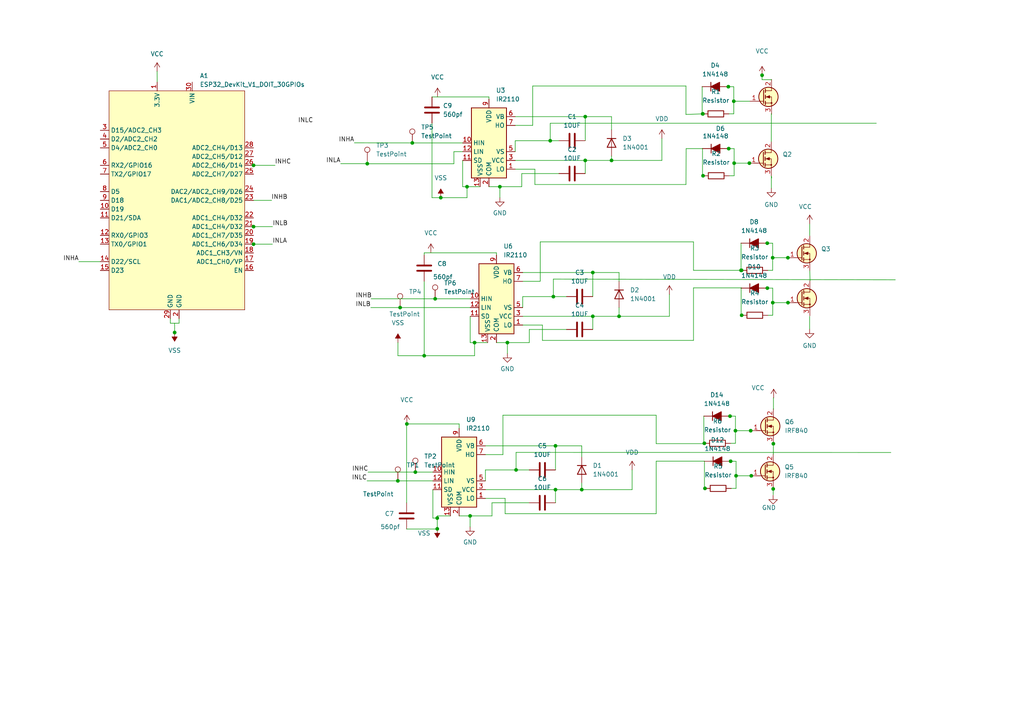
<source format=kicad_sch>
(kicad_sch (version 20230121) (generator eeschema)

  (uuid e63e39d7-6ac0-4ffd-8aa3-1841a4541b55)

  (paper "A4")

  (lib_symbols
    (symbol "Connector:TestPoint" (pin_numbers hide) (pin_names (offset 0.762) hide) (in_bom yes) (on_board yes)
      (property "Reference" "TP" (at 0 6.858 0)
        (effects (font (size 1.27 1.27)))
      )
      (property "Value" "TestPoint" (at 0 5.08 0)
        (effects (font (size 1.27 1.27)))
      )
      (property "Footprint" "" (at 5.08 0 0)
        (effects (font (size 1.27 1.27)) hide)
      )
      (property "Datasheet" "~" (at 5.08 0 0)
        (effects (font (size 1.27 1.27)) hide)
      )
      (property "ki_keywords" "test point tp" (at 0 0 0)
        (effects (font (size 1.27 1.27)) hide)
      )
      (property "ki_description" "test point" (at 0 0 0)
        (effects (font (size 1.27 1.27)) hide)
      )
      (property "ki_fp_filters" "Pin* Test*" (at 0 0 0)
        (effects (font (size 1.27 1.27)) hide)
      )
      (symbol "TestPoint_0_1"
        (circle (center 0 3.302) (radius 0.762)
          (stroke (width 0) (type default))
          (fill (type none))
        )
      )
      (symbol "TestPoint_1_1"
        (pin passive line (at 0 0 90) (length 2.54)
          (name "1" (effects (font (size 1.27 1.27))))
          (number "1" (effects (font (size 1.27 1.27))))
        )
      )
    )
    (symbol "Device:C" (pin_numbers hide) (pin_names (offset 0.254)) (in_bom yes) (on_board yes)
      (property "Reference" "C" (at 0.635 2.54 0)
        (effects (font (size 1.27 1.27)) (justify left))
      )
      (property "Value" "C" (at 0.635 -2.54 0)
        (effects (font (size 1.27 1.27)) (justify left))
      )
      (property "Footprint" "" (at 0.9652 -3.81 0)
        (effects (font (size 1.27 1.27)) hide)
      )
      (property "Datasheet" "~" (at 0 0 0)
        (effects (font (size 1.27 1.27)) hide)
      )
      (property "ki_keywords" "cap capacitor" (at 0 0 0)
        (effects (font (size 1.27 1.27)) hide)
      )
      (property "ki_description" "Unpolarized capacitor" (at 0 0 0)
        (effects (font (size 1.27 1.27)) hide)
      )
      (property "ki_fp_filters" "C_*" (at 0 0 0)
        (effects (font (size 1.27 1.27)) hide)
      )
      (symbol "C_0_1"
        (polyline
          (pts
            (xy -2.032 -0.762)
            (xy 2.032 -0.762)
          )
          (stroke (width 0.508) (type default))
          (fill (type none))
        )
        (polyline
          (pts
            (xy -2.032 0.762)
            (xy 2.032 0.762)
          )
          (stroke (width 0.508) (type default))
          (fill (type none))
        )
      )
      (symbol "C_1_1"
        (pin passive line (at 0 3.81 270) (length 2.794)
          (name "~" (effects (font (size 1.27 1.27))))
          (number "1" (effects (font (size 1.27 1.27))))
        )
        (pin passive line (at 0 -3.81 90) (length 2.794)
          (name "~" (effects (font (size 1.27 1.27))))
          (number "2" (effects (font (size 1.27 1.27))))
        )
      )
    )
    (symbol "Diode:1N4001" (pin_numbers hide) (pin_names (offset 1.016) hide) (in_bom yes) (on_board yes)
      (property "Reference" "D" (at 0 2.54 0)
        (effects (font (size 1.27 1.27)))
      )
      (property "Value" "1N4001" (at 0 -2.54 0)
        (effects (font (size 1.27 1.27)))
      )
      (property "Footprint" "Diode_THT:D_DO-41_SOD81_P10.16mm_Horizontal" (at 0 -4.445 0)
        (effects (font (size 1.27 1.27)) hide)
      )
      (property "Datasheet" "http://www.vishay.com/docs/88503/1n4001.pdf" (at 0 0 0)
        (effects (font (size 1.27 1.27)) hide)
      )
      (property "ki_keywords" "diode" (at 0 0 0)
        (effects (font (size 1.27 1.27)) hide)
      )
      (property "ki_description" "50V 1A General Purpose Rectifier Diode, DO-41" (at 0 0 0)
        (effects (font (size 1.27 1.27)) hide)
      )
      (property "ki_fp_filters" "D*DO?41*" (at 0 0 0)
        (effects (font (size 1.27 1.27)) hide)
      )
      (symbol "1N4001_0_1"
        (polyline
          (pts
            (xy -1.27 1.27)
            (xy -1.27 -1.27)
          )
          (stroke (width 0.254) (type default))
          (fill (type none))
        )
        (polyline
          (pts
            (xy 1.27 0)
            (xy -1.27 0)
          )
          (stroke (width 0) (type default))
          (fill (type none))
        )
        (polyline
          (pts
            (xy 1.27 1.27)
            (xy 1.27 -1.27)
            (xy -1.27 0)
            (xy 1.27 1.27)
          )
          (stroke (width 0.254) (type default))
          (fill (type none))
        )
      )
      (symbol "1N4001_1_1"
        (pin passive line (at -3.81 0 0) (length 2.54)
          (name "K" (effects (font (size 1.27 1.27))))
          (number "1" (effects (font (size 1.27 1.27))))
        )
        (pin passive line (at 3.81 0 180) (length 2.54)
          (name "A" (effects (font (size 1.27 1.27))))
          (number "2" (effects (font (size 1.27 1.27))))
        )
      )
    )
    (symbol "Driver_FET:IR2110" (in_bom yes) (on_board yes)
      (property "Reference" "U" (at 1.27 13.335 0)
        (effects (font (size 1.27 1.27)) (justify left))
      )
      (property "Value" "IR2110" (at 1.27 11.43 0)
        (effects (font (size 1.27 1.27)) (justify left))
      )
      (property "Footprint" "Package_DIP:DIP-14_W7.62mm" (at 0 0 0)
        (effects (font (size 1.27 1.27) italic) hide)
      )
      (property "Datasheet" "https://www.infineon.com/dgdl/ir2110.pdf?fileId=5546d462533600a4015355c80333167e" (at 0 0 0)
        (effects (font (size 1.27 1.27)) hide)
      )
      (property "ki_keywords" "Gate Driver" (at 0 0 0)
        (effects (font (size 1.27 1.27)) hide)
      )
      (property "ki_description" "High and Low Side Driver, 500V, 2.0/2.0A, PDIP-14" (at 0 0 0)
        (effects (font (size 1.27 1.27)) hide)
      )
      (property "ki_fp_filters" "DIP*W7.62mm*" (at 0 0 0)
        (effects (font (size 1.27 1.27)) hide)
      )
      (symbol "IR2110_0_1"
        (rectangle (start -5.08 -10.16) (end 5.08 10.16)
          (stroke (width 0.254) (type default))
          (fill (type background))
        )
      )
      (symbol "IR2110_1_1"
        (pin output line (at 7.62 -7.62 180) (length 2.54)
          (name "LO" (effects (font (size 1.27 1.27))))
          (number "1" (effects (font (size 1.27 1.27))))
        )
        (pin input line (at -7.62 0 0) (length 2.54)
          (name "HIN" (effects (font (size 1.27 1.27))))
          (number "10" (effects (font (size 1.27 1.27))))
        )
        (pin input line (at -7.62 -5.08 0) (length 2.54)
          (name "SD" (effects (font (size 1.27 1.27))))
          (number "11" (effects (font (size 1.27 1.27))))
        )
        (pin input line (at -7.62 -2.54 0) (length 2.54)
          (name "LIN" (effects (font (size 1.27 1.27))))
          (number "12" (effects (font (size 1.27 1.27))))
        )
        (pin power_in line (at -2.54 -12.7 90) (length 2.54)
          (name "VSS" (effects (font (size 1.27 1.27))))
          (number "13" (effects (font (size 1.27 1.27))))
        )
        (pin no_connect line (at -5.08 2.54 0) (length 2.54) hide
          (name "NC" (effects (font (size 1.27 1.27))))
          (number "14" (effects (font (size 1.27 1.27))))
        )
        (pin power_in line (at 0 -12.7 90) (length 2.54)
          (name "COM" (effects (font (size 1.27 1.27))))
          (number "2" (effects (font (size 1.27 1.27))))
        )
        (pin power_in line (at 7.62 -5.08 180) (length 2.54)
          (name "VCC" (effects (font (size 1.27 1.27))))
          (number "3" (effects (font (size 1.27 1.27))))
        )
        (pin no_connect line (at -5.08 7.62 0) (length 2.54) hide
          (name "NC" (effects (font (size 1.27 1.27))))
          (number "4" (effects (font (size 1.27 1.27))))
        )
        (pin passive line (at 7.62 -2.54 180) (length 2.54)
          (name "VS" (effects (font (size 1.27 1.27))))
          (number "5" (effects (font (size 1.27 1.27))))
        )
        (pin passive line (at 7.62 7.62 180) (length 2.54)
          (name "VB" (effects (font (size 1.27 1.27))))
          (number "6" (effects (font (size 1.27 1.27))))
        )
        (pin output line (at 7.62 5.08 180) (length 2.54)
          (name "HO" (effects (font (size 1.27 1.27))))
          (number "7" (effects (font (size 1.27 1.27))))
        )
        (pin no_connect line (at -5.08 5.08 0) (length 2.54) hide
          (name "NC" (effects (font (size 1.27 1.27))))
          (number "8" (effects (font (size 1.27 1.27))))
        )
        (pin power_in line (at 0 12.7 270) (length 2.54)
          (name "VDD" (effects (font (size 1.27 1.27))))
          (number "9" (effects (font (size 1.27 1.27))))
        )
      )
    )
    (symbol "PCM_Diode_AKL:1N4148" (pin_numbers hide) (pin_names (offset 1.016) hide) (in_bom yes) (on_board yes)
      (property "Reference" "D" (at 0 5.08 0)
        (effects (font (size 1.27 1.27)))
      )
      (property "Value" "1N4148" (at 0 2.54 0)
        (effects (font (size 1.27 1.27)))
      )
      (property "Footprint" "Diode_THT_AKL:D_DO-35_SOD27_P7.62mm_Horizontal" (at 0 0 0)
        (effects (font (size 1.27 1.27)) hide)
      )
      (property "Datasheet" "https://datasheet.octopart.com/1N4148TR-ON-Semiconductor-datasheet-42765246.pdf" (at 0 0 0)
        (effects (font (size 1.27 1.27)) hide)
      )
      (property "ki_keywords" "diode 1N4148" (at 0 0 0)
        (effects (font (size 1.27 1.27)) hide)
      )
      (property "ki_description" "DO-35 Diode, Small Signal, Fast Switching, 75V, 150mA, 4ns, Alternate KiCad Library" (at 0 0 0)
        (effects (font (size 1.27 1.27)) hide)
      )
      (property "ki_fp_filters" "TO-???* *_Diode_* *SingleDiode* D_*" (at 0 0 0)
        (effects (font (size 1.27 1.27)) hide)
      )
      (symbol "1N4148_0_1"
        (polyline
          (pts
            (xy -1.27 0)
            (xy 1.27 0)
          )
          (stroke (width 0) (type default))
          (fill (type none))
        )
        (polyline
          (pts
            (xy 1.27 1.27)
            (xy 1.27 -1.27)
          )
          (stroke (width 0.254) (type default))
          (fill (type none))
        )
        (polyline
          (pts
            (xy -1.27 1.27)
            (xy -1.27 -1.27)
            (xy 1.27 0)
            (xy -1.27 1.27)
          )
          (stroke (width 0.254) (type default))
          (fill (type outline))
        )
      )
      (symbol "1N4148_1_1"
        (pin passive line (at 3.81 0 180) (length 2.54)
          (name "K" (effects (font (size 1.27 1.27))))
          (number "1" (effects (font (size 1.27 1.27))))
        )
        (pin passive line (at -3.81 0 0) (length 2.54)
          (name "A" (effects (font (size 1.27 1.27))))
          (number "2" (effects (font (size 1.27 1.27))))
        )
      )
    )
    (symbol "PCM_SL_Development_Board:ESP32_DevKit_V1_DOIT_30GPIOs" (in_bom yes) (on_board yes)
      (property "Reference" "A" (at -11.43 34.29 0)
        (effects (font (size 1.27 1.27)))
      )
      (property "Value" "ESP32_DevKit_V1_DOIT_30GPIOs" (at 2.54 -22.86 0)
        (effects (font (size 1.27 1.27)))
      )
      (property "Footprint" "PCM_SL_Development_Boards:DOIT_ESP32_DEVKIT_30Pins" (at -1.27 -1.27 0)
        (effects (font (size 1.27 1.27)) hide)
      )
      (property "Datasheet" "" (at 2.54 41.91 0)
        (effects (font (size 1.27 1.27)) hide)
      )
      (property "ki_keywords" "ESP32 " (at 0 0 0)
        (effects (font (size 1.27 1.27)) hide)
      )
      (property "ki_description" "Microcontroller module with ESP32 MCU, WiFi and Bluetooth" (at 0 0 0)
        (effects (font (size 1.27 1.27)) hide)
      )
      (symbol "ESP32_DevKit_V1_DOIT_30GPIOs_0_1"
        (rectangle (start -19.05 33.02) (end 20.32 -30.48)
          (stroke (width 0) (type default))
          (fill (type background))
        )
      )
      (symbol "ESP32_DevKit_V1_DOIT_30GPIOs_1_1"
        (pin power_in line (at -5.08 35.56 270) (length 2.54)
          (name "3.3V" (effects (font (size 1.27 1.27))))
          (number "1" (effects (font (size 1.27 1.27))))
        )
        (pin bidirectional line (at -21.59 -1.27 0) (length 2.54)
          (name "D19" (effects (font (size 1.27 1.27))))
          (number "10" (effects (font (size 1.27 1.27))))
        )
        (pin bidirectional line (at -21.59 -3.81 0) (length 2.54)
          (name "D21/SDA" (effects (font (size 1.27 1.27))))
          (number "11" (effects (font (size 1.27 1.27))))
        )
        (pin bidirectional line (at -21.59 -8.89 0) (length 2.54)
          (name "RX0/GPIO3" (effects (font (size 1.27 1.27))))
          (number "12" (effects (font (size 1.27 1.27))))
        )
        (pin bidirectional line (at -21.59 -11.43 0) (length 2.54)
          (name "TX0/GPIO1" (effects (font (size 1.27 1.27))))
          (number "13" (effects (font (size 1.27 1.27))))
        )
        (pin bidirectional line (at -21.59 -16.51 0) (length 2.54)
          (name "D22/SCL" (effects (font (size 1.27 1.27))))
          (number "14" (effects (font (size 1.27 1.27))))
        )
        (pin bidirectional line (at -21.59 -19.05 0) (length 2.54)
          (name "D23" (effects (font (size 1.27 1.27))))
          (number "15" (effects (font (size 1.27 1.27))))
        )
        (pin bidirectional line (at 22.86 -19.05 180) (length 2.54)
          (name "EN" (effects (font (size 1.27 1.27))))
          (number "16" (effects (font (size 1.27 1.27))))
        )
        (pin bidirectional line (at 22.86 -16.51 180) (length 2.54)
          (name "ADC1_CH0/VP" (effects (font (size 1.27 1.27))))
          (number "17" (effects (font (size 1.27 1.27))))
        )
        (pin bidirectional line (at 22.86 -13.97 180) (length 2.54)
          (name "ADC1_CH3/VN" (effects (font (size 1.27 1.27))))
          (number "18" (effects (font (size 1.27 1.27))))
        )
        (pin bidirectional line (at 22.86 -11.43 180) (length 2.54)
          (name "ADC1_CH6/D34" (effects (font (size 1.27 1.27))))
          (number "19" (effects (font (size 1.27 1.27))))
        )
        (pin power_in line (at 1.27 -33.02 90) (length 2.54)
          (name "GND" (effects (font (size 1.27 1.27))))
          (number "2" (effects (font (size 1.27 1.27))))
        )
        (pin bidirectional line (at 22.86 -8.89 180) (length 2.54)
          (name "ADC1_CH7/D35" (effects (font (size 1.27 1.27))))
          (number "20" (effects (font (size 1.27 1.27))))
        )
        (pin bidirectional line (at 22.86 -6.35 180) (length 2.54)
          (name "ADC1_CH4/D32" (effects (font (size 1.27 1.27))))
          (number "21" (effects (font (size 1.27 1.27))))
        )
        (pin bidirectional line (at 22.86 -3.81 180) (length 2.54)
          (name "ADC1_CH4/D32" (effects (font (size 1.27 1.27))))
          (number "22" (effects (font (size 1.27 1.27))))
        )
        (pin bidirectional line (at 22.86 1.27 180) (length 2.54)
          (name "DAC1/ADC2_CH8/D25" (effects (font (size 1.27 1.27))))
          (number "23" (effects (font (size 1.27 1.27))))
        )
        (pin bidirectional line (at 22.86 3.81 180) (length 2.54)
          (name "DAC2/ADC2_CH9/D26" (effects (font (size 1.27 1.27))))
          (number "24" (effects (font (size 1.27 1.27))))
        )
        (pin bidirectional line (at 22.86 8.89 180) (length 2.54)
          (name "ADC2_CH7/D27" (effects (font (size 1.27 1.27))))
          (number "25" (effects (font (size 1.27 1.27))))
        )
        (pin bidirectional line (at 22.86 11.43 180) (length 2.54)
          (name "ADC2_CH6/D14" (effects (font (size 1.27 1.27))))
          (number "26" (effects (font (size 1.27 1.27))))
        )
        (pin bidirectional line (at 22.86 13.97 180) (length 2.54)
          (name "ADC2_CH5/D12" (effects (font (size 1.27 1.27))))
          (number "27" (effects (font (size 1.27 1.27))))
        )
        (pin bidirectional line (at 22.86 16.51 180) (length 2.54)
          (name "ADC2_CH4/D13" (effects (font (size 1.27 1.27))))
          (number "28" (effects (font (size 1.27 1.27))))
        )
        (pin power_in line (at -1.27 -33.02 90) (length 2.54)
          (name "GND" (effects (font (size 1.27 1.27))))
          (number "29" (effects (font (size 1.27 1.27))))
        )
        (pin bidirectional line (at -21.59 21.59 0) (length 2.54)
          (name "D15/ADC2_CH3" (effects (font (size 1.27 1.27))))
          (number "3" (effects (font (size 1.27 1.27))))
        )
        (pin power_in line (at 5.08 35.56 270) (length 2.54)
          (name "VIN" (effects (font (size 1.27 1.27))))
          (number "30" (effects (font (size 1.27 1.27))))
        )
        (pin bidirectional line (at -21.59 19.05 0) (length 2.54)
          (name "D2/ADC2_CH2" (effects (font (size 1.27 1.27))))
          (number "4" (effects (font (size 1.27 1.27))))
        )
        (pin bidirectional line (at -21.59 16.51 0) (length 2.54)
          (name "D4/ADC2_CH0" (effects (font (size 1.27 1.27))))
          (number "5" (effects (font (size 1.27 1.27))))
        )
        (pin bidirectional line (at -21.59 11.43 0) (length 2.54)
          (name "RX2/GPIO16" (effects (font (size 1.27 1.27))))
          (number "6" (effects (font (size 1.27 1.27))))
        )
        (pin bidirectional line (at -21.59 8.89 0) (length 2.54)
          (name "TX2/GPIO17" (effects (font (size 1.27 1.27))))
          (number "7" (effects (font (size 1.27 1.27))))
        )
        (pin bidirectional line (at -21.59 3.81 0) (length 2.54)
          (name "D5" (effects (font (size 1.27 1.27))))
          (number "8" (effects (font (size 1.27 1.27))))
        )
        (pin bidirectional line (at -21.59 1.27 0) (length 2.54)
          (name "D18" (effects (font (size 1.27 1.27))))
          (number "9" (effects (font (size 1.27 1.27))))
        )
      )
    )
    (symbol "PCM_SL_Devices:Resistor" (in_bom yes) (on_board yes)
      (property "Reference" "R" (at 0 5.08 0)
        (effects (font (size 1.27 1.27)))
      )
      (property "Value" "Resistor" (at 0 2.54 0)
        (effects (font (size 1.27 1.27)))
      )
      (property "Footprint" "Resistor_THT:R_Axial_DIN0207_L6.3mm_D2.5mm_P10.16mm_Horizontal" (at 0.889 -4.318 0)
        (effects (font (size 1.27 1.27)) hide)
      )
      (property "Datasheet" "" (at 0.508 0 0)
        (effects (font (size 1.27 1.27)) hide)
      )
      (property "ki_keywords" "Resistor 0.25W" (at 0 0 0)
        (effects (font (size 1.27 1.27)) hide)
      )
      (property "ki_description" "0.25W Resistor" (at 0 0 0)
        (effects (font (size 1.27 1.27)) hide)
      )
      (property "ki_fp_filters" "Resistor_THT:R_Axial_DIN0207_L6.3mm_D2.5mm*" (at 0 0 0)
        (effects (font (size 1.27 1.27)) hide)
      )
      (symbol "Resistor_0_1"
        (rectangle (start -2.286 0.889) (end 2.286 -0.889)
          (stroke (width 0.24) (type default))
          (fill (type none))
        )
      )
      (symbol "Resistor_1_1"
        (pin passive line (at -3.81 0 0) (length 1.5)
          (name "" (effects (font (size 1.27 1.27))))
          (number "1" (effects (font (size 0 0))))
        )
        (pin passive line (at 3.81 0 180) (length 1.5)
          (name "~" (effects (font (size 1.27 1.27))))
          (number "2" (effects (font (size 0 0))))
        )
      )
    )
    (symbol "PCM_Transistor_MOSFET_AKL:IRF840" (pin_names hide) (in_bom yes) (on_board yes)
      (property "Reference" "Q" (at 5.08 1.27 0)
        (effects (font (size 1.27 1.27)) (justify left))
      )
      (property "Value" "IRF840" (at 5.08 -1.27 0)
        (effects (font (size 1.27 1.27)) (justify left))
      )
      (property "Footprint" "Package_TO_SOT_THT_AKL:TO-220-3_Vertical_GDS" (at 5.08 2.54 0)
        (effects (font (size 1.27 1.27)) hide)
      )
      (property "Datasheet" "https://www.tme.eu/Document/6c66dbc720bccaa21cd7201a598bd88f/IRF840PBF.pdf" (at 0 0 0)
        (effects (font (size 1.27 1.27)) hide)
      )
      (property "ki_keywords" "enchancement mosfet nmosfet n-mosfet nmos n-mos emos emosfet IRF840" (at 0 0 0)
        (effects (font (size 1.27 1.27)) hide)
      )
      (property "ki_description" "TO-220 N-MOSFET enchancement mode transistor, 500V, 8A, 125W, Alternate KiCAD Library" (at 0 0 0)
        (effects (font (size 1.27 1.27)) hide)
      )
      (symbol "IRF840_0_1"
        (polyline
          (pts
            (xy 0.254 -1.27)
            (xy -2.54 -1.27)
          )
          (stroke (width 0) (type default))
          (fill (type none))
        )
        (polyline
          (pts
            (xy 0.254 1.905)
            (xy 0.254 -1.905)
          )
          (stroke (width 0.254) (type default))
          (fill (type none))
        )
        (polyline
          (pts
            (xy 0.762 -1.778)
            (xy 2.54 -1.778)
          )
          (stroke (width 0) (type default))
          (fill (type none))
        )
        (polyline
          (pts
            (xy 0.762 -1.27)
            (xy 0.762 -2.286)
          )
          (stroke (width 0.254) (type default))
          (fill (type none))
        )
        (polyline
          (pts
            (xy 0.762 0.508)
            (xy 0.762 -0.508)
          )
          (stroke (width 0.254) (type default))
          (fill (type none))
        )
        (polyline
          (pts
            (xy 0.762 2.286)
            (xy 0.762 1.27)
          )
          (stroke (width 0.254) (type default))
          (fill (type none))
        )
        (polyline
          (pts
            (xy 2.54 1.778)
            (xy 0.762 1.778)
          )
          (stroke (width 0) (type default))
          (fill (type none))
        )
        (polyline
          (pts
            (xy 2.54 2.54)
            (xy 2.54 1.778)
          )
          (stroke (width 0) (type default))
          (fill (type none))
        )
        (polyline
          (pts
            (xy 2.54 -2.54)
            (xy 2.54 0)
            (xy 0.762 0)
          )
          (stroke (width 0) (type default))
          (fill (type none))
        )
        (polyline
          (pts
            (xy 1.016 0)
            (xy 2.032 0.381)
            (xy 2.032 -0.381)
            (xy 1.016 0)
          )
          (stroke (width 0) (type default))
          (fill (type outline))
        )
        (circle (center 1.651 0) (radius 2.794)
          (stroke (width 0.254) (type default))
          (fill (type background))
        )
        (circle (center 2.54 -1.778) (radius 0.1778)
          (stroke (width 0) (type default))
          (fill (type outline))
        )
      )
      (symbol "IRF840_1_1"
        (pin input line (at -3.81 -1.27 0) (length 2.54)
          (name "G" (effects (font (size 1.27 1.27))))
          (number "1" (effects (font (size 1.27 1.27))))
        )
        (pin passive line (at 2.54 5.08 270) (length 2.54)
          (name "D" (effects (font (size 1.27 1.27))))
          (number "2" (effects (font (size 1.27 1.27))))
        )
        (pin passive line (at 2.54 -5.08 90) (length 2.54)
          (name "S" (effects (font (size 1.27 1.27))))
          (number "3" (effects (font (size 1.27 1.27))))
        )
      )
    )
    (symbol "power:GND" (power) (pin_names (offset 0)) (in_bom yes) (on_board yes)
      (property "Reference" "#PWR" (at 0 -6.35 0)
        (effects (font (size 1.27 1.27)) hide)
      )
      (property "Value" "GND" (at 0 -3.81 0)
        (effects (font (size 1.27 1.27)))
      )
      (property "Footprint" "" (at 0 0 0)
        (effects (font (size 1.27 1.27)) hide)
      )
      (property "Datasheet" "" (at 0 0 0)
        (effects (font (size 1.27 1.27)) hide)
      )
      (property "ki_keywords" "power-flag" (at 0 0 0)
        (effects (font (size 1.27 1.27)) hide)
      )
      (property "ki_description" "Power symbol creates a global label with name \"GND\" , ground" (at 0 0 0)
        (effects (font (size 1.27 1.27)) hide)
      )
      (symbol "GND_0_1"
        (polyline
          (pts
            (xy 0 0)
            (xy 0 -1.27)
            (xy 1.27 -1.27)
            (xy 0 -2.54)
            (xy -1.27 -1.27)
            (xy 0 -1.27)
          )
          (stroke (width 0) (type default))
          (fill (type none))
        )
      )
      (symbol "GND_1_1"
        (pin power_in line (at 0 0 270) (length 0) hide
          (name "GND" (effects (font (size 1.27 1.27))))
          (number "1" (effects (font (size 1.27 1.27))))
        )
      )
    )
    (symbol "power:VCC" (power) (pin_names (offset 0)) (in_bom yes) (on_board yes)
      (property "Reference" "#PWR" (at 0 -3.81 0)
        (effects (font (size 1.27 1.27)) hide)
      )
      (property "Value" "VCC" (at 0 3.81 0)
        (effects (font (size 1.27 1.27)))
      )
      (property "Footprint" "" (at 0 0 0)
        (effects (font (size 1.27 1.27)) hide)
      )
      (property "Datasheet" "" (at 0 0 0)
        (effects (font (size 1.27 1.27)) hide)
      )
      (property "ki_keywords" "power-flag" (at 0 0 0)
        (effects (font (size 1.27 1.27)) hide)
      )
      (property "ki_description" "Power symbol creates a global label with name \"VCC\"" (at 0 0 0)
        (effects (font (size 1.27 1.27)) hide)
      )
      (symbol "VCC_0_1"
        (polyline
          (pts
            (xy -0.762 1.27)
            (xy 0 2.54)
          )
          (stroke (width 0) (type default))
          (fill (type none))
        )
        (polyline
          (pts
            (xy 0 0)
            (xy 0 2.54)
          )
          (stroke (width 0) (type default))
          (fill (type none))
        )
        (polyline
          (pts
            (xy 0 2.54)
            (xy 0.762 1.27)
          )
          (stroke (width 0) (type default))
          (fill (type none))
        )
      )
      (symbol "VCC_1_1"
        (pin power_in line (at 0 0 90) (length 0) hide
          (name "VCC" (effects (font (size 1.27 1.27))))
          (number "1" (effects (font (size 1.27 1.27))))
        )
      )
    )
    (symbol "power:VDD" (power) (pin_names (offset 0)) (in_bom yes) (on_board yes)
      (property "Reference" "#PWR" (at 0 -3.81 0)
        (effects (font (size 1.27 1.27)) hide)
      )
      (property "Value" "VDD" (at 0 3.81 0)
        (effects (font (size 1.27 1.27)))
      )
      (property "Footprint" "" (at 0 0 0)
        (effects (font (size 1.27 1.27)) hide)
      )
      (property "Datasheet" "" (at 0 0 0)
        (effects (font (size 1.27 1.27)) hide)
      )
      (property "ki_keywords" "power-flag" (at 0 0 0)
        (effects (font (size 1.27 1.27)) hide)
      )
      (property "ki_description" "Power symbol creates a global label with name \"VDD\"" (at 0 0 0)
        (effects (font (size 1.27 1.27)) hide)
      )
      (symbol "VDD_0_1"
        (polyline
          (pts
            (xy -0.762 1.27)
            (xy 0 2.54)
          )
          (stroke (width 0) (type default))
          (fill (type none))
        )
        (polyline
          (pts
            (xy 0 0)
            (xy 0 2.54)
          )
          (stroke (width 0) (type default))
          (fill (type none))
        )
        (polyline
          (pts
            (xy 0 2.54)
            (xy 0.762 1.27)
          )
          (stroke (width 0) (type default))
          (fill (type none))
        )
      )
      (symbol "VDD_1_1"
        (pin power_in line (at 0 0 90) (length 0) hide
          (name "VDD" (effects (font (size 1.27 1.27))))
          (number "1" (effects (font (size 1.27 1.27))))
        )
      )
    )
    (symbol "power:VSS" (power) (pin_names (offset 0)) (in_bom yes) (on_board yes)
      (property "Reference" "#PWR" (at 0 -3.81 0)
        (effects (font (size 1.27 1.27)) hide)
      )
      (property "Value" "VSS" (at 0 3.81 0)
        (effects (font (size 1.27 1.27)))
      )
      (property "Footprint" "" (at 0 0 0)
        (effects (font (size 1.27 1.27)) hide)
      )
      (property "Datasheet" "" (at 0 0 0)
        (effects (font (size 1.27 1.27)) hide)
      )
      (property "ki_keywords" "power-flag" (at 0 0 0)
        (effects (font (size 1.27 1.27)) hide)
      )
      (property "ki_description" "Power symbol creates a global label with name \"VSS\"" (at 0 0 0)
        (effects (font (size 1.27 1.27)) hide)
      )
      (symbol "VSS_0_1"
        (polyline
          (pts
            (xy 0 0)
            (xy 0 2.54)
          )
          (stroke (width 0) (type default))
          (fill (type none))
        )
        (polyline
          (pts
            (xy 0.762 1.27)
            (xy -0.762 1.27)
            (xy 0 2.54)
            (xy 0.762 1.27)
          )
          (stroke (width 0) (type default))
          (fill (type outline))
        )
      )
      (symbol "VSS_1_1"
        (pin power_in line (at 0 0 90) (length 0) hide
          (name "VSS" (effects (font (size 1.27 1.27))))
          (number "1" (effects (font (size 1.27 1.27))))
        )
      )
    )
  )

  (junction (at 211.7344 120.7008) (diameter 0) (color 0 0 0 0)
    (uuid 00c8fd87-ce9a-4dbe-b173-2a3e6d752cd1)
  )
  (junction (at 171.9326 79.0448) (diameter 0) (color 0 0 0 0)
    (uuid 08b561fe-ba0a-452e-8daa-9ef5d1f50a41)
  )
  (junction (at 115.3922 139.4714) (diameter 0) (color 0 0 0 0)
    (uuid 0deca9ef-ad8f-4005-b1de-2785f739dcd4)
  )
  (junction (at 228.5238 74.7522) (diameter 0) (color 0 0 0 0)
    (uuid 170e8acd-0859-446f-86d1-93e4e8f48848)
  )
  (junction (at 203.8096 33.02) (diameter 0) (color 0 0 0 0)
    (uuid 188d9f65-9a39-4283-a4f1-5d5453137eab)
  )
  (junction (at 135.4582 54.1528) (diameter 0) (color 0 0 0 0)
    (uuid 21bd38c2-1a6a-4456-b775-8a8739899e02)
  )
  (junction (at 169.7482 33.8328) (diameter 0) (color 0 0 0 0)
    (uuid 267eb390-7563-42c0-a635-db6aa8f50bf5)
  )
  (junction (at 222.5294 70.5358) (diameter 0) (color 0 0 0 0)
    (uuid 2e91c7d5-bac8-4a61-990b-5d37a6fc2073)
  )
  (junction (at 73.533 70.8152) (diameter 0) (color 0 0 0 0)
    (uuid 2ef3befe-63e3-4964-a238-56a570fff5d5)
  )
  (junction (at 126.8222 153.3906) (diameter 0) (color 0 0 0 0)
    (uuid 2fc433c8-17ed-4211-9aa4-a8fc805e5c4f)
  )
  (junction (at 203.8604 33.02) (diameter 0) (color 0 0 0 0)
    (uuid 30a0581a-0882-4cd4-8e0f-030063f57e8f)
  )
  (junction (at 211.2518 25.146) (diameter 0) (color 0 0 0 0)
    (uuid 330124ed-8453-4d49-bb4e-99ba0e69a6d8)
  )
  (junction (at 161.1122 142.0114) (diameter 0) (color 0 0 0 0)
    (uuid 3461b1f6-d6e5-4859-9328-64f04adad369)
  )
  (junction (at 136.3472 149.6314) (diameter 0) (color 0 0 0 0)
    (uuid 40bc7522-b17d-4622-bebe-f463b738c3a8)
  )
  (junction (at 224.3074 128.7018) (diameter 0) (color 0 0 0 0)
    (uuid 46fc75d4-bdb3-48e5-a1ad-f343a99b98f3)
  )
  (junction (at 224.2566 141.8082) (diameter 0) (color 0 0 0 0)
    (uuid 4c8c8b24-d1e1-4c3d-b782-58e338e77367)
  )
  (junction (at 161.1122 129.3114) (diameter 0) (color 0 0 0 0)
    (uuid 4f5603c2-0a1e-442a-9f85-bfd18d318e6d)
  )
  (junction (at 127.8382 57.3278) (diameter 0) (color 0 0 0 0)
    (uuid 4ff32f64-0327-4bad-a2a7-e6768a98ebdd)
  )
  (junction (at 120.4722 136.9314) (diameter 0) (color 0 0 0 0)
    (uuid 52894cea-9e9c-4c08-b530-acec00c5965b)
  )
  (junction (at 217.9066 137.9982) (diameter 0) (color 0 0 0 0)
    (uuid 5a137946-7e28-4a7c-afc0-f151a24fd52d)
  )
  (junction (at 224.1042 74.7522) (diameter 0) (color 0 0 0 0)
    (uuid 5b45cead-d98c-433e-a57f-834ded6fb85a)
  )
  (junction (at 144.9832 54.1528) (diameter 0) (color 0 0 0 0)
    (uuid 60faf84c-195b-4dcd-8eb7-a45791b6e0bb)
  )
  (junction (at 149.6822 136.2964) (diameter 0) (color 0 0 0 0)
    (uuid 6673d33f-9ebe-4e30-be1b-8b8e3428c61b)
  )
  (junction (at 214.9348 78.4098) (diameter 0) (color 0 0 0 0)
    (uuid 76d1ca75-3166-46da-b276-0948b97d7f15)
  )
  (junction (at 217.3478 47.3202) (diameter 0) (color 0 0 0 0)
    (uuid 7ed7bcde-af93-4e2d-8849-7a943fb76fc0)
  )
  (junction (at 137.6426 99.3648) (diameter 0) (color 0 0 0 0)
    (uuid 86a11db9-841f-4905-9740-0c7d3ce5cc92)
  )
  (junction (at 159.5882 40.8178) (diameter 0) (color 0 0 0 0)
    (uuid 8e474e07-cfb0-4272-a063-4e7bd430e7e6)
  )
  (junction (at 213.487 137.9982) (diameter 0) (color 0 0 0 0)
    (uuid 931fad4b-897e-4691-bb6e-b48c904ae9cb)
  )
  (junction (at 177.3682 46.5328) (diameter 0) (color 0 0 0 0)
    (uuid 94a82bd2-145d-43c0-880e-29fd0998f39e)
  )
  (junction (at 213.3092 124.9172) (diameter 0) (color 0 0 0 0)
    (uuid 9661ca8c-905e-4bad-ab74-63162f8568fb)
  )
  (junction (at 168.7322 142.0114) (diameter 0) (color 0 0 0 0)
    (uuid 99ff2edb-8cf2-4b73-9c24-064f63e7c94d)
  )
  (junction (at 73.533 65.7352) (diameter 0) (color 0 0 0 0)
    (uuid a1aab664-ef6d-419e-9b0c-282b13acfdfd)
  )
  (junction (at 215.1126 91.44) (diameter 0) (color 0 0 0 0)
    (uuid a44a665f-af32-4887-ae00-9edf7ec4bb71)
  )
  (junction (at 215.0872 78.4098) (diameter 0) (color 0 0 0 0)
    (uuid aa644890-046e-41d9-9c5c-43838bdf3dc4)
  )
  (junction (at 73.533 47.9552) (diameter 0) (color 0 0 0 0)
    (uuid b104410f-68b9-477d-9dff-57dbcbe9b1ee)
  )
  (junction (at 212.9282 47.3202) (diameter 0) (color 0 0 0 0)
    (uuid b4fc8e56-5902-454d-a5dc-7e9ef507ee56)
  )
  (junction (at 106.5276 47.4726) (diameter 0) (color 0 0 0 0)
    (uuid b576f207-e2c7-4fdc-8217-8713c5860bf8)
  )
  (junction (at 116.0526 89.2048) (diameter 0) (color 0 0 0 0)
    (uuid bba509b9-d6e8-464c-ab8d-f5a13fa01cdc)
  )
  (junction (at 222.5548 83.566) (diameter 0) (color 0 0 0 0)
    (uuid be945686-82dd-4442-aa4e-ede3c7f3c958)
  )
  (junction (at 119.5832 41.4528) (diameter 0) (color 0 0 0 0)
    (uuid bfaefcd2-9b00-494d-991d-826013756582)
  )
  (junction (at 50.6476 96.4438) (diameter 0) (color 0 0 0 0)
    (uuid c0511d91-9a06-4cf3-beb8-5e24723a1354)
  )
  (junction (at 217.7288 124.9172) (diameter 0) (color 0 0 0 0)
    (uuid ca10d33a-2d3a-4fbe-adda-118d1eb2a32c)
  )
  (junction (at 228.5492 87.7824) (diameter 0) (color 0 0 0 0)
    (uuid ca90c224-b966-49cf-a321-ab5645ad0ccf)
  )
  (junction (at 211.9122 133.7818) (diameter 0) (color 0 0 0 0)
    (uuid cb573c03-9380-4883-b8ca-cde50ab829f5)
  )
  (junction (at 160.5026 86.0298) (diameter 0) (color 0 0 0 0)
    (uuid d2d0b094-6bb6-4d37-9555-59af6b04b79a)
  )
  (junction (at 171.9326 91.7448) (diameter 0) (color 0 0 0 0)
    (uuid d59766b3-31ad-4d8d-9d73-c8cf6b159465)
  )
  (junction (at 211.3534 43.1038) (diameter 0) (color 0 0 0 0)
    (uuid db3cd674-4f52-4cee-b5df-c087edfbdd16)
  )
  (junction (at 126.8222 150.2664) (diameter 0) (color 0 0 0 0)
    (uuid db76bec4-56fe-478b-b368-0608be5a2829)
  )
  (junction (at 204.47 141.6558) (diameter 0) (color 0 0 0 0)
    (uuid de4d46d4-d82d-4a45-971b-9944249324b8)
  )
  (junction (at 212.8266 29.3624) (diameter 0) (color 0 0 0 0)
    (uuid e261eda3-2c3b-49f6-a0f8-a44d8acde5f5)
  )
  (junction (at 224.1296 87.7824) (diameter 0) (color 0 0 0 0)
    (uuid e39915e9-aed0-4a8f-bb68-c8036fa736e1)
  )
  (junction (at 126.2126 86.6648) (diameter 0) (color 0 0 0 0)
    (uuid ecc629e2-8e0d-4d6a-8c20-b9347b10dcd4)
  )
  (junction (at 123.0376 103.1748) (diameter 0) (color 0 0 0 0)
    (uuid ed4e8129-8844-421d-84af-c393fb7b5bb8)
  )
  (junction (at 118.0084 122.9614) (diameter 0) (color 0 0 0 0)
    (uuid eee0bde3-d0b5-45b3-bab7-dffea1f4c18d)
  )
  (junction (at 203.9112 50.9778) (diameter 0) (color 0 0 0 0)
    (uuid efd64022-8b42-4f51-bc2e-d45b3f5a4e81)
  )
  (junction (at 179.5526 91.7448) (diameter 0) (color 0 0 0 0)
    (uuid f1dbed8f-e4c7-4976-a0ee-8cb18021caa9)
  )
  (junction (at 147.1676 99.3648) (diameter 0) (color 0 0 0 0)
    (uuid f1e3a72e-f940-492c-9bcd-9b71befb4d45)
  )
  (junction (at 169.7482 46.5328) (diameter 0) (color 0 0 0 0)
    (uuid f475efde-1704-45f3-bf01-1996ffb4d89d)
  )
  (junction (at 221.0308 21.8186) (diameter 0) (color 0 0 0 0)
    (uuid f6174069-64f2-4549-aab7-cff5a406d11b)
  )
  (junction (at 204.2922 128.5748) (diameter 0) (color 0 0 0 0)
    (uuid fc6a0f40-995e-4bc0-8088-0d58c109bb47)
  )

  (wire (pts (xy 198.9582 53.5178) (xy 199.009 43.1038))
    (stroke (width 0) (type default))
    (uuid 00c5d703-0804-4b0c-90fa-d410e91668c0)
  )
  (wire (pts (xy 224.3074 128.6002) (xy 224.3074 128.7018))
    (stroke (width 0) (type default))
    (uuid 01028670-a66e-4105-b379-c221644d7414)
  )
  (wire (pts (xy 222.5294 83.566) (xy 222.5548 83.566))
    (stroke (width 0) (type default))
    (uuid 0178f6b8-d61e-4e02-9877-09c8dcbdb236)
  )
  (wire (pts (xy 125.5522 142.0114) (xy 125.5522 150.2664))
    (stroke (width 0) (type default))
    (uuid 028a5d5c-9b47-4427-add9-bd81dc184d9b)
  )
  (wire (pts (xy 115.4176 99.3648) (xy 115.4176 103.1748))
    (stroke (width 0) (type default))
    (uuid 02d5c916-4990-48af-89e9-cb363c96fce6)
  )
  (wire (pts (xy 213.3092 124.9172) (xy 213.3092 128.5748))
    (stroke (width 0) (type default))
    (uuid 03fc7eb9-996a-4371-a277-d0f30ae340b0)
  )
  (wire (pts (xy 220.98 21.8186) (xy 221.0308 21.8186))
    (stroke (width 0) (type default))
    (uuid 04729fc2-8179-4c01-99ea-67807a426870)
  )
  (wire (pts (xy 106.5276 47.498) (xy 131.6482 47.498))
    (stroke (width 0) (type default))
    (uuid 04803f7f-b922-4266-9d25-b5dae9550206)
  )
  (wire (pts (xy 154.5082 36.3728) (xy 154.5082 24.9428))
    (stroke (width 0) (type default))
    (uuid 054c001b-2a55-41ee-935f-c33753d86bf2)
  )
  (wire (pts (xy 73.5076 65.7352) (xy 73.533 65.7352))
    (stroke (width 0) (type default))
    (uuid 060dc3f7-c937-45bb-a9e9-68011e5f2979)
  )
  (wire (pts (xy 126.8222 150.2664) (xy 126.8222 153.3906))
    (stroke (width 0) (type default))
    (uuid 06424005-f0dc-4bc2-8964-34fbbda3ecc5)
  )
  (wire (pts (xy 142.6972 145.8214) (xy 153.4922 145.8214))
    (stroke (width 0) (type default))
    (uuid 07f8ab08-9fc5-4363-83bc-d2fb64a69492)
  )
  (wire (pts (xy 161.1122 142.0114) (xy 168.7322 142.0114))
    (stroke (width 0) (type default))
    (uuid 082c52a4-e45c-4dee-b67d-66a205c2368f)
  )
  (wire (pts (xy 211.328 43.1038) (xy 211.3534 43.1038))
    (stroke (width 0) (type default))
    (uuid 0c0fcd76-fbd8-4499-adc0-759f8ecfe0d4)
  )
  (wire (pts (xy 213.487 133.7818) (xy 213.487 137.9982))
    (stroke (width 0) (type default))
    (uuid 0c85a1e7-9ca6-40fa-ab7d-21a1d7ada6e8)
  )
  (wire (pts (xy 137.6426 99.3648) (xy 141.4526 99.3648))
    (stroke (width 0) (type default))
    (uuid 0e329302-7bca-42be-869e-5d82def48466)
  )
  (wire (pts (xy 171.9326 86.0298) (xy 171.9326 79.0448))
    (stroke (width 0) (type default))
    (uuid 0e479e35-143d-4f95-a883-9b5419703879)
  )
  (wire (pts (xy 190.3222 128.6764) (xy 204.2922 128.6764))
    (stroke (width 0) (type default))
    (uuid 0f652b94-ad64-4030-bad9-6f5687d71183)
  )
  (wire (pts (xy 177.3682 45.2628) (xy 177.3682 46.5328))
    (stroke (width 0) (type default))
    (uuid 10f96b7d-d2d2-461f-a8b6-811ac55fb22e)
  )
  (wire (pts (xy 222.504 70.5358) (xy 222.5294 70.5358))
    (stroke (width 0) (type default))
    (uuid 1118dc08-2574-4f9f-a635-462ee01f6ae4)
  )
  (wire (pts (xy 211.9122 133.7818) (xy 213.487 133.7818))
    (stroke (width 0) (type default))
    (uuid 132a1217-1658-415d-81a7-d72e7be6e041)
  )
  (wire (pts (xy 149.6822 136.2964) (xy 153.4922 136.2964))
    (stroke (width 0) (type default))
    (uuid 14a3bff8-8edd-4568-8e44-2eebffb78971)
  )
  (wire (pts (xy 214.9602 83.5152) (xy 214.9602 91.44))
    (stroke (width 0) (type default))
    (uuid 16cbbc78-6a05-4548-9a63-b5aa46a460ff)
  )
  (wire (pts (xy 234.8484 68.326) (xy 234.8484 64.9986))
    (stroke (width 0) (type default))
    (uuid 183aae7d-536a-4da3-81b5-ca574208f4f9)
  )
  (wire (pts (xy 117.9322 122.9614) (xy 117.9322 145.8214))
    (stroke (width 0) (type default))
    (uuid 19cfa68e-cb26-443e-974f-2f7576630140)
  )
  (wire (pts (xy 224.1296 87.7824) (xy 224.1296 91.44))
    (stroke (width 0) (type default))
    (uuid 1a0e7d7b-4b5a-45be-aeeb-17f9ae6970eb)
  )
  (wire (pts (xy 151.6126 79.0448) (xy 171.9326 79.0448))
    (stroke (width 0) (type default))
    (uuid 1bd1a5d4-483d-43f4-94c6-4a55a8ed03ea)
  )
  (wire (pts (xy 160.5026 86.0298) (xy 164.3126 86.0298))
    (stroke (width 0) (type default))
    (uuid 20dc504d-bf5f-4578-aa95-4e6b128f7ce9)
  )
  (wire (pts (xy 224.1296 91.44) (xy 222.7326 91.44))
    (stroke (width 0) (type default))
    (uuid 21e794b2-cb59-4281-b581-98bb17515f23)
  )
  (wire (pts (xy 169.7482 50.3428) (xy 169.7482 46.5328))
    (stroke (width 0) (type default))
    (uuid 249c7d57-a645-4ee3-88ab-4960f11502a2)
  )
  (wire (pts (xy 141.8082 54.1528) (xy 144.9832 54.1528))
    (stroke (width 0) (type default))
    (uuid 25f70406-d40b-4e71-b124-0ec60c7dba8f)
  )
  (wire (pts (xy 228.5746 74.7522) (xy 228.5238 74.7522))
    (stroke (width 0) (type default))
    (uuid 279d7923-f326-4f80-8cf6-6572d704effd)
  )
  (wire (pts (xy 115.4176 103.1748) (xy 123.0376 103.1748))
    (stroke (width 0) (type default))
    (uuid 28044c04-e251-4e21-938b-f19fc0875235)
  )
  (wire (pts (xy 140.7922 139.4714) (xy 140.7922 136.2964))
    (stroke (width 0) (type default))
    (uuid 28a6d62c-1141-4c6f-974c-937cee525a1f)
  )
  (wire (pts (xy 171.9326 95.5548) (xy 171.9326 91.7448))
    (stroke (width 0) (type default))
    (uuid 28f30abf-05d8-4ea7-925b-681387b4d1b0)
  )
  (wire (pts (xy 123.0376 73.3298) (xy 123.0376 73.9648))
    (stroke (width 0) (type default))
    (uuid 2b384df2-9268-4a7b-bbbd-05784451fe17)
  )
  (wire (pts (xy 204.2922 128.5748) (xy 204.4192 128.5748))
    (stroke (width 0) (type default))
    (uuid 2d65a06e-9293-4216-ac90-70ccec994dcf)
  )
  (wire (pts (xy 123.0376 81.5848) (xy 123.0376 103.1748))
    (stroke (width 0) (type default))
    (uuid 2d755077-026e-4ae0-81ac-c4f7d8eec0a3)
  )
  (wire (pts (xy 146.5072 148.9964) (xy 190.3222 148.9964))
    (stroke (width 0) (type default))
    (uuid 2dd8db61-acaa-4e9d-b841-68c4e1e379b0)
  )
  (wire (pts (xy 151.6126 89.2048) (xy 151.6126 86.0298))
    (stroke (width 0) (type default))
    (uuid 3060a878-f878-4ea4-8d2e-ef1b9265f9fb)
  )
  (wire (pts (xy 224.1296 83.566) (xy 224.1296 87.7824))
    (stroke (width 0) (type default))
    (uuid 324c0e94-cbe7-4a7e-ab5c-73fd419b424f)
  )
  (wire (pts (xy 154.5082 24.9428) (xy 198.9582 24.9428))
    (stroke (width 0) (type default))
    (uuid 32dbd24d-0b5b-4b88-8272-d1a24f00e653)
  )
  (wire (pts (xy 169.7482 33.8328) (xy 177.3682 33.8328))
    (stroke (width 0) (type default))
    (uuid 3450a0b7-5328-485e-bdf0-a1bda5423adf)
  )
  (wire (pts (xy 155.1432 53.5178) (xy 198.9582 53.5178))
    (stroke (width 0) (type default))
    (uuid 3545a2fd-8136-4304-91ec-995f979fadc3)
  )
  (wire (pts (xy 140.7922 129.3114) (xy 161.1122 129.3114))
    (stroke (width 0) (type default))
    (uuid 3637fb70-1be2-4fcd-98d0-c989afdc6baf)
  )
  (wire (pts (xy 171.9326 79.0448) (xy 179.5526 79.0448))
    (stroke (width 0) (type default))
    (uuid 39be6f6d-a8e2-491d-9382-9ea783fee343)
  )
  (wire (pts (xy 215.0872 78.4098) (xy 215.2142 78.4098))
    (stroke (width 0) (type default))
    (uuid 3a93260b-d494-4fe7-8961-ba5c052e8afa)
  )
  (wire (pts (xy 222.5294 70.5358) (xy 224.1042 70.5358))
    (stroke (width 0) (type default))
    (uuid 3aa0c63d-0608-49f1-ae40-976e192b8b28)
  )
  (wire (pts (xy 73.533 58.1152) (xy 78.7908 58.1152))
    (stroke (width 0) (type default))
    (uuid 3b76ce57-50eb-435f-a4b6-88ebda5be063)
  )
  (wire (pts (xy 212.9282 50.9778) (xy 211.5312 50.9778))
    (stroke (width 0) (type default))
    (uuid 3c157863-0f90-484a-8c69-2b3578c46dcb)
  )
  (wire (pts (xy 73.533 65.7352) (xy 79.0448 65.7352))
    (stroke (width 0) (type default))
    (uuid 3d9fcdea-f0c9-43ca-9b5c-62d64e900cf3)
  )
  (wire (pts (xy 224.1042 70.5358) (xy 224.1042 74.7522))
    (stroke (width 0) (type default))
    (uuid 3eaa5d60-f653-402e-8fe3-d11919578acd)
  )
  (wire (pts (xy 203.6572 25.0952) (xy 203.6572 33.02))
    (stroke (width 0) (type default))
    (uuid 3f85608c-d972-4c4e-b942-7259f0d5268d)
  )
  (wire (pts (xy 217.7288 124.9172) (xy 213.3092 124.9172))
    (stroke (width 0) (type default))
    (uuid 40145c44-44da-4d72-8887-806a69882141)
  )
  (wire (pts (xy 224.1042 78.4098) (xy 222.7072 78.4098))
    (stroke (width 0) (type default))
    (uuid 4152630b-de88-49e8-9a7b-6db7cd667489)
  )
  (wire (pts (xy 212.8266 29.3624) (xy 212.8266 33.02))
    (stroke (width 0) (type default))
    (uuid 426e01db-e857-4e29-936b-3ef51a5c10c3)
  )
  (wire (pts (xy 115.3922 139.4714) (xy 125.5522 139.4714))
    (stroke (width 0) (type default))
    (uuid 4459d1a0-0740-4a77-a915-d80c22471826)
  )
  (wire (pts (xy 204.1398 120.65) (xy 204.1398 128.5748))
    (stroke (width 0) (type default))
    (uuid 4494a323-f0f6-4c2f-971d-31af1be040b3)
  )
  (wire (pts (xy 171.9326 91.7448) (xy 179.5526 91.7448))
    (stroke (width 0) (type default))
    (uuid 456e9fff-34cc-48d0-95d1-99e1be2d044b)
  )
  (wire (pts (xy 149.4282 40.8178) (xy 159.5882 40.8178))
    (stroke (width 0) (type default))
    (uuid 4731340d-b016-410e-9447-2a707a303d62)
  )
  (wire (pts (xy 102.7684 41.4274) (xy 119.5832 41.4528))
    (stroke (width 0) (type default))
    (uuid 47a9b526-968e-4440-8794-5ad84377b3f1)
  )
  (wire (pts (xy 149.4282 49.0728) (xy 155.1432 49.0728))
    (stroke (width 0) (type default))
    (uuid 483d59df-f470-465b-8519-8f3a6831500f)
  )
  (wire (pts (xy 136.3726 91.7448) (xy 136.3726 99.3648))
    (stroke (width 0) (type default))
    (uuid 4a9ef743-8541-4b0f-8bef-85268bdd558a)
  )
  (wire (pts (xy 191.9732 40.1828) (xy 191.9732 46.5328))
    (stroke (width 0) (type default))
    (uuid 4b13b300-90fc-4cd8-b9a7-44d549ae0ddb)
  )
  (wire (pts (xy 156.6926 81.5848) (xy 156.6926 70.1548))
    (stroke (width 0) (type default))
    (uuid 4e480242-972d-4a7f-b244-534d30fcff0f)
  )
  (wire (pts (xy 179.5526 79.0448) (xy 179.5526 81.5848))
    (stroke (width 0) (type default))
    (uuid 4eb1ce76-d5c4-4e93-97a1-19b69fdf34f8)
  )
  (wire (pts (xy 221.0308 23.114) (xy 221.0308 21.8186))
    (stroke (width 0) (type default))
    (uuid 4f875bfd-08f9-4ab9-83f8-0d7602e23aa0)
  )
  (wire (pts (xy 194.1576 85.3948) (xy 194.1576 91.7448))
    (stroke (width 0) (type default))
    (uuid 508da560-b6b2-485a-8d9e-cf32725edc7d)
  )
  (wire (pts (xy 135.4582 57.3278) (xy 135.4582 54.1528))
    (stroke (width 0) (type default))
    (uuid 50b76ee7-ccbb-491f-88e5-5e9e67154ed5)
  )
  (wire (pts (xy 107.6198 86.6648) (xy 126.2126 86.6648))
    (stroke (width 0) (type default))
    (uuid 50fb8bda-74ab-4bbd-b2e6-d47cc1261912)
  )
  (wire (pts (xy 168.7322 142.0114) (xy 183.3372 142.0114))
    (stroke (width 0) (type default))
    (uuid 5215440f-f4be-4ec1-9899-b598ffb718c7)
  )
  (wire (pts (xy 224.2566 141.8082) (xy 224.2566 143.4846))
    (stroke (width 0) (type default))
    (uuid 5444bc68-23d3-438b-83fa-6119c11920b1)
  )
  (wire (pts (xy 135.4582 54.1528) (xy 139.2682 54.1528))
    (stroke (width 0) (type default))
    (uuid 556e8437-27a7-4f49-beac-5158598811ce)
  )
  (wire (pts (xy 116.0526 89.2048) (xy 136.3726 89.2048))
    (stroke (width 0) (type default))
    (uuid 55801a9e-0884-4716-810a-1b984129e885)
  )
  (wire (pts (xy 131.6482 47.498) (xy 131.6482 43.9928))
    (stroke (width 0) (type default))
    (uuid 56903848-d777-47f1-a49e-c84c407b1ca4)
  )
  (wire (pts (xy 125.2982 35.7378) (xy 125.2982 57.3278))
    (stroke (width 0) (type default))
    (uuid 593dbd88-bcef-45b5-a4a2-16f797173c37)
  )
  (wire (pts (xy 125.2982 57.3278) (xy 127.8382 57.3278))
    (stroke (width 0) (type default))
    (uuid 5a13ae14-68f6-4d66-a506-04023a393cf1)
  )
  (wire (pts (xy 49.403 93.7514) (xy 51.943 93.7514))
    (stroke (width 0) (type default))
    (uuid 5a77b8d7-96fb-4a74-a8ea-2524650cbf7f)
  )
  (wire (pts (xy 234.823 91.7448) (xy 234.823 95.4278))
    (stroke (width 0) (type default))
    (uuid 5a9e4e2f-18ea-4545-86b5-ec9d81aa061c)
  )
  (wire (pts (xy 144.9832 57.3278) (xy 144.9832 54.1528))
    (stroke (width 0) (type default))
    (uuid 5b540279-d3a0-4c8c-8466-4488b70e4d64)
  )
  (wire (pts (xy 131.6482 43.9928) (xy 134.1882 43.9928))
    (stroke (width 0) (type default))
    (uuid 5c0b8289-226e-4e35-88ba-7b9376f4a9b0)
  )
  (wire (pts (xy 137.6426 103.1748) (xy 137.6426 99.3648))
    (stroke (width 0) (type default))
    (uuid 5d5cca9f-f993-4157-b049-ad4e0e79210d)
  )
  (wire (pts (xy 228.6 87.7824) (xy 228.5492 87.7824))
    (stroke (width 0) (type default))
    (uuid 5df78193-199e-4be4-b8a5-19f38a96976e)
  )
  (wire (pts (xy 212.9282 43.1038) (xy 212.9282 47.3202))
    (stroke (width 0) (type default))
    (uuid 5eea51df-89ce-45f2-948d-06e71988e139)
  )
  (wire (pts (xy 118.0084 122.9614) (xy 117.9322 122.9614))
    (stroke (width 0) (type default))
    (uuid 5f67f65a-0693-450e-802d-ffc30e221e5e)
  )
  (wire (pts (xy 140.7922 144.5514) (xy 146.5072 144.5514))
    (stroke (width 0) (type default))
    (uuid 611a60a4-1bd1-4fe5-a4cf-7c3d6c873956)
  )
  (wire (pts (xy 213.487 137.9982) (xy 213.487 141.6558))
    (stroke (width 0) (type default))
    (uuid 62305c57-9650-45d5-88df-240a437ac7ef)
  )
  (wire (pts (xy 212.9282 47.3202) (xy 212.9282 50.9778))
    (stroke (width 0) (type default))
    (uuid 654e9039-468e-434f-94a9-4ec0e9a0968e)
  )
  (wire (pts (xy 203.7588 43.053) (xy 203.7588 50.9778))
    (stroke (width 0) (type default))
    (uuid 6552a9a4-5272-4f69-84ff-7958303b6928)
  )
  (wire (pts (xy 147.1676 102.5398) (xy 147.1676 99.3648))
    (stroke (width 0) (type default))
    (uuid 665e322a-dbbe-4f2f-8e81-9ce2636f9251)
  )
  (wire (pts (xy 140.7922 131.8514) (xy 145.8722 131.8514))
    (stroke (width 0) (type default))
    (uuid 66bcb743-5198-4c71-809c-614d186bbb20)
  )
  (wire (pts (xy 106.4514 139.4714) (xy 115.3922 139.4714))
    (stroke (width 0) (type default))
    (uuid 67a99dd5-7740-44b0-8e3a-aa375533ba1b)
  )
  (wire (pts (xy 217.9574 137.9982) (xy 217.9066 137.9982))
    (stroke (width 0) (type default))
    (uuid 680fc11f-68b6-4644-9199-a33763c978d1)
  )
  (wire (pts (xy 211.2264 25.146) (xy 211.2518 25.146))
    (stroke (width 0) (type default))
    (uuid 6a333da5-ee8e-4675-9284-d6411c74c4d5)
  )
  (wire (pts (xy 126.8222 153.3906) (xy 126.8222 153.4414))
    (stroke (width 0) (type default))
    (uuid 6bb4cf3d-fca4-471b-aedb-c6626a7ab1b8)
  )
  (wire (pts (xy 212.8266 29.3624) (xy 217.424 29.3624))
    (stroke (width 0) (type default))
    (uuid 6c620ad8-59e4-4551-b208-9ca2591e4f23)
  )
  (wire (pts (xy 143.9926 73.3298) (xy 143.9926 73.9648))
    (stroke (width 0) (type default))
    (uuid 6c7cf4a8-304f-4468-901e-2742fed7647d)
  )
  (wire (pts (xy 126.8222 150.2664) (xy 126.8222 149.6314))
    (stroke (width 0) (type default))
    (uuid 6e844ada-c7db-4182-9db4-f2a4a8e7436c)
  )
  (wire (pts (xy 134.1882 54.1528) (xy 135.4582 54.1528))
    (stroke (width 0) (type default))
    (uuid 6fdaeae6-2f59-4f02-b460-43f56b60e88a)
  )
  (wire (pts (xy 198.9582 33.1978) (xy 203.8604 33.02))
    (stroke (width 0) (type default))
    (uuid 7154a4cc-8869-4012-b38d-5987469118d0)
  )
  (wire (pts (xy 204.47 141.6558) (xy 204.597 141.6558))
    (stroke (width 0) (type default))
    (uuid 71b67863-a7c7-4aa7-9589-b968ef981952)
  )
  (wire (pts (xy 223.7232 54.5846) (xy 223.7232 51.0794))
    (stroke (width 0) (type default))
    (uuid 72ecc5a9-5b32-4e67-989e-4db20b1b015e)
  )
  (wire (pts (xy 183.3372 136.2964) (xy 183.3372 142.0114))
    (stroke (width 0) (type default))
    (uuid 73c87360-10f6-4aa3-ae33-7aca86caaec7)
  )
  (wire (pts (xy 214.9348 70.485) (xy 214.9348 78.4098))
    (stroke (width 0) (type default))
    (uuid 73ca87f3-f71c-410a-931a-ca0830134666)
  )
  (wire (pts (xy 161.1122 129.3114) (xy 168.7322 129.3114))
    (stroke (width 0) (type default))
    (uuid 73e313ac-a72d-4b1c-be0e-6fc9101ab96c)
  )
  (wire (pts (xy 106.5276 47.4726) (xy 106.5276 46.736))
    (stroke (width 0) (type default))
    (uuid 74069c65-135a-49fe-9c05-8a26c87a580e)
  )
  (wire (pts (xy 49.403 92.4052) (xy 49.403 93.7514))
    (stroke (width 0) (type default))
    (uuid 748f498f-b389-4675-8b7a-b584cfbad589)
  )
  (wire (pts (xy 126.8222 149.6314) (xy 130.6322 149.6314))
    (stroke (width 0) (type default))
    (uuid 74a4f78b-4c5d-424d-8fc5-94d26e20b6a6)
  )
  (wire (pts (xy 228.5238 74.7522) (xy 224.1042 74.7522))
    (stroke (width 0) (type default))
    (uuid 74b28083-e07d-40d1-9a7d-5a740d0f6f16)
  )
  (wire (pts (xy 204.3176 141.6558) (xy 204.47 141.6558))
    (stroke (width 0) (type default))
    (uuid 75b6d491-2e4e-40f8-ae07-b58bdeef9fc4)
  )
  (wire (pts (xy 159.5882 35.7378) (xy 254.1778 35.7378))
    (stroke (width 0) (type default))
    (uuid 76b1fb68-e5fb-4b62-83b7-ec5c8622cb7f)
  )
  (wire (pts (xy 106.7308 136.9314) (xy 120.4722 136.9314))
    (stroke (width 0) (type default))
    (uuid 772b941d-c968-46df-91f0-a7722f213b31)
  )
  (wire (pts (xy 169.7482 46.5328) (xy 177.3682 46.5328))
    (stroke (width 0) (type default))
    (uuid 7759fac2-3464-4ee8-a111-a2331fb347f5)
  )
  (wire (pts (xy 149.6822 131.2164) (xy 149.6822 136.2964))
    (stroke (width 0) (type default))
    (uuid 778f8247-bf6c-4c91-8bae-a1b5183cd24c)
  )
  (wire (pts (xy 211.8868 133.7818) (xy 211.9122 133.7818))
    (stroke (width 0) (type default))
    (uuid 77f25eef-6fc4-49da-8d23-f9f7ef1ad089)
  )
  (wire (pts (xy 120.4722 136.9314) (xy 125.5522 136.9314))
    (stroke (width 0) (type default))
    (uuid 78993405-3570-4821-a083-e9abd6b8d615)
  )
  (wire (pts (xy 106.5276 47.498) (xy 106.5276 47.4726))
    (stroke (width 0) (type default))
    (uuid 79609042-1924-4b89-b880-7cda1248eb23)
  )
  (wire (pts (xy 212.8266 25.146) (xy 212.8266 29.3624))
    (stroke (width 0) (type default))
    (uuid 7a81af4a-0ecb-43cf-b738-c3449946e8f9)
  )
  (wire (pts (xy 133.1722 122.9614) (xy 118.0084 122.9614))
    (stroke (width 0) (type default))
    (uuid 7cbe011b-fe32-459c-9756-a7147520093a)
  )
  (wire (pts (xy 217.3986 47.3202) (xy 217.3478 47.3202))
    (stroke (width 0) (type default))
    (uuid 7f4b6351-06aa-4d85-8b0d-99097fbc2007)
  )
  (wire (pts (xy 50.6476 96.4438) (xy 50.6476 96.4946))
    (stroke (width 0) (type default))
    (uuid 801f620d-40a0-47ae-b1f8-a4351b0a45b4)
  )
  (wire (pts (xy 177.3682 46.5328) (xy 191.9732 46.5328))
    (stroke (width 0) (type default))
    (uuid 8365919e-c603-42c4-9a83-d269aaf102cd)
  )
  (wire (pts (xy 73.533 70.8152) (xy 79.0194 70.8152))
    (stroke (width 0) (type default))
    (uuid 84885776-6ebb-4845-96ff-ccbf76ae1e2c)
  )
  (wire (pts (xy 156.6926 70.1548) (xy 201.1426 70.1548))
    (stroke (width 0) (type default))
    (uuid 878e469a-f5dd-47ff-b003-fd375f95e195)
  )
  (wire (pts (xy 119.5832 41.4528) (xy 134.1882 41.4528))
    (stroke (width 0) (type default))
    (uuid 88037514-3d47-4844-a784-67ecd40b7583)
  )
  (wire (pts (xy 203.8096 33.02) (xy 203.8604 33.02))
    (stroke (width 0) (type default))
    (uuid 882e8861-9b9a-4217-a29d-80d4fc2225fc)
  )
  (wire (pts (xy 155.1432 49.0728) (xy 155.1432 53.5178))
    (stroke (width 0) (type default))
    (uuid 8a0785ea-e9f2-45eb-a59e-225649c8ffdf)
  )
  (wire (pts (xy 223.7232 51.0794) (xy 223.8248 51.6128))
    (stroke (width 0) (type default))
    (uuid 8a7b2d01-9355-4c18-83b5-6fb78c247de6)
  )
  (wire (pts (xy 134.1882 46.5328) (xy 134.1882 54.1528))
    (stroke (width 0) (type default))
    (uuid 8aa9acb0-389a-4fca-aa26-26e30bd22e9c)
  )
  (wire (pts (xy 234.8738 78.5622) (xy 234.95 81.407))
    (stroke (width 0) (type default))
    (uuid 8b9d2695-a5a5-4623-bee1-005c229b1961)
  )
  (wire (pts (xy 136.3472 149.6314) (xy 142.6972 149.6314))
    (stroke (width 0) (type default))
    (uuid 8c681118-97ea-4a55-a648-b7ebce2c41b6)
  )
  (wire (pts (xy 215.1126 91.44) (xy 215.2396 91.44))
    (stroke (width 0) (type default))
    (uuid 8de1554b-63ac-4ba8-aa60-e011845b773b)
  )
  (wire (pts (xy 177.3682 33.8328) (xy 177.3682 37.6428))
    (stroke (width 0) (type default))
    (uuid 8eecafe1-0b74-4649-87a1-0b6597d899ac)
  )
  (wire (pts (xy 258.3942 131.2418) (xy 149.6822 131.2164))
    (stroke (width 0) (type default))
    (uuid 929aa975-ffc7-4359-a42a-9450a4354c55)
  )
  (wire (pts (xy 29.083 75.8952) (xy 22.86 75.8952))
    (stroke (width 0) (type default))
    (uuid 92bb48f7-4cca-46b8-bad0-6aa2061a8794)
  )
  (wire (pts (xy 204.3176 133.731) (xy 204.3176 141.6558))
    (stroke (width 0) (type default))
    (uuid 9413be01-7481-4276-a571-514c817f8d55)
  )
  (wire (pts (xy 221.0308 23.114) (xy 223.7994 23.114))
    (stroke (width 0) (type default))
    (uuid 9573f584-1446-4702-b2c6-ece26fe1b5e7)
  )
  (wire (pts (xy 159.5882 35.7378) (xy 159.5882 40.8178))
    (stroke (width 0) (type default))
    (uuid 95a03a14-e292-462b-9be8-2050e4ad4682)
  )
  (wire (pts (xy 149.4282 36.3728) (xy 154.5082 36.3728))
    (stroke (width 0) (type default))
    (uuid 96d0aafb-5332-42b1-99e5-b38a4b7aa89f)
  )
  (wire (pts (xy 127.8382 57.3278) (xy 135.4582 57.3278))
    (stroke (width 0) (type default))
    (uuid 9800248c-2b4e-4d35-9937-f1bcc71ea4db)
  )
  (wire (pts (xy 203.9112 50.9778) (xy 204.0382 50.9778))
    (stroke (width 0) (type default))
    (uuid 994aa38c-c8ee-41a9-8d94-7769120ef315)
  )
  (wire (pts (xy 203.6572 33.02) (xy 203.8096 33.02))
    (stroke (width 0) (type default))
    (uuid 997bfdbf-7a4a-41d8-8d85-b1ca87ba4c37)
  )
  (wire (pts (xy 198.9582 24.9428) (xy 198.9582 33.1978))
    (stroke (width 0) (type default))
    (uuid 999e2f69-33c9-40eb-bc40-3862b6518658)
  )
  (wire (pts (xy 214.9602 91.44) (xy 215.1126 91.44))
    (stroke (width 0) (type default))
    (uuid 9a82cae5-c85e-44fc-8f59-0b2b1bb6fa8c)
  )
  (wire (pts (xy 157.3276 98.7298) (xy 201.1426 98.7298))
    (stroke (width 0) (type default))
    (uuid 9ac0014a-0c4e-44d8-94bc-87f635bb3efc)
  )
  (wire (pts (xy 51.943 93.7514) (xy 51.943 92.456))
    (stroke (width 0) (type default))
    (uuid 9bdb31f6-80d3-48ff-bae5-900bffe17444)
  )
  (wire (pts (xy 149.4282 43.9928) (xy 149.4282 40.8178))
    (stroke (width 0) (type default))
    (uuid 9eadf98e-3800-4762-85e2-78505425f65c)
  )
  (wire (pts (xy 143.9926 99.3648) (xy 147.1676 99.3648))
    (stroke (width 0) (type default))
    (uuid 9fbd70d2-5563-4ba3-8249-d101cb9cf9ed)
  )
  (wire (pts (xy 153.5176 99.3648) (xy 153.5176 95.5548))
    (stroke (width 0) (type default))
    (uuid 9fe9bacc-53e9-4e8d-b85e-cdd90a855678)
  )
  (wire (pts (xy 228.5492 87.7824) (xy 224.1296 87.7824))
    (stroke (width 0) (type default))
    (uuid a0dc4db1-910b-4e58-8667-a76899c7c531)
  )
  (wire (pts (xy 203.8604 33.02) (xy 203.9366 33.02))
    (stroke (width 0) (type default))
    (uuid a1cb3131-9e73-46c4-a973-35722757e39c)
  )
  (wire (pts (xy 160.5026 80.9498) (xy 160.5026 86.0298))
    (stroke (width 0) (type default))
    (uuid a5024bf9-d396-4c69-ba2a-09e32c9185d0)
  )
  (wire (pts (xy 140.7922 142.0114) (xy 161.1122 142.0114))
    (stroke (width 0) (type default))
    (uuid a5235549-7de6-42eb-adf0-cc6f4c22ba6d)
  )
  (wire (pts (xy 190.3222 120.4214) (xy 190.3222 128.6764))
    (stroke (width 0) (type default))
    (uuid a6ac6f7a-1b0a-4ded-8770-25fa31e00882)
  )
  (wire (pts (xy 224.1042 74.7522) (xy 224.1042 78.4098))
    (stroke (width 0) (type default))
    (uuid ac38dee9-0459-4703-b44a-95f25862629d)
  )
  (wire (pts (xy 145.8722 120.4214) (xy 190.3222 120.4214))
    (stroke (width 0) (type default))
    (uuid ae3a1453-1101-4509-b6c7-e263f53d1b62)
  )
  (wire (pts (xy 204.2922 133.7564) (xy 190.3222 133.7564))
    (stroke (width 0) (type default))
    (uuid ae563461-af9a-4b7b-a914-62943ee08535)
  )
  (wire (pts (xy 151.6126 94.2848) (xy 157.3276 94.2848))
    (stroke (width 0) (type default))
    (uuid af326d4d-874e-4746-a391-53c34fc82b70)
  )
  (wire (pts (xy 117.9322 153.4414) (xy 126.8222 153.4414))
    (stroke (width 0) (type default))
    (uuid b09ef789-6016-45c5-9ea4-b8226e90bb7e)
  )
  (wire (pts (xy 73.4822 47.9552) (xy 73.533 47.9552))
    (stroke (width 0) (type default))
    (uuid b2865f01-8fb8-46c1-a1fd-493049bab11c)
  )
  (wire (pts (xy 213.3092 120.7008) (xy 213.3092 124.9172))
    (stroke (width 0) (type default))
    (uuid b3eedbf6-5a0c-46c7-b4f4-a3732beacbf2)
  )
  (wire (pts (xy 140.7922 136.2964) (xy 149.6822 136.2964))
    (stroke (width 0) (type default))
    (uuid b4a718d8-ff68-4621-a64c-19b69024ce8f)
  )
  (wire (pts (xy 214.9348 78.4098) (xy 215.0872 78.4098))
    (stroke (width 0) (type default))
    (uuid b5ee2efa-a746-447b-9657-8deabc532163)
  )
  (wire (pts (xy 201.1426 98.7298) (xy 201.1426 83.4898))
    (stroke (width 0) (type default))
    (uuid b6b0aa0f-1573-4c43-af91-474e51a02c2f)
  )
  (wire (pts (xy 211.3534 43.1038) (xy 212.9282 43.1038))
    (stroke (width 0) (type default))
    (uuid b7e68559-3b73-49e7-a7b9-a95d0ad47c48)
  )
  (wire (pts (xy 199.009 43.1038) (xy 203.7334 43.1038))
    (stroke (width 0) (type default))
    (uuid b7ff2bf1-2c6d-4530-af16-11cf2f5b13d9)
  )
  (wire (pts (xy 217.9574 124.8918) (xy 217.7288 124.9172))
    (stroke (width 0) (type default))
    (uuid b812c78c-e76f-401c-9a9f-8f486e88fdfe)
  )
  (wire (pts (xy 149.4282 46.5328) (xy 169.7482 46.5328))
    (stroke (width 0) (type default))
    (uuid b9c3f95c-5bc2-46c9-a7ba-88f00a57b2f8)
  )
  (wire (pts (xy 50.6476 93.726) (xy 50.6476 96.4438))
    (stroke (width 0) (type default))
    (uuid bac83563-add8-4cce-9eae-b4acb5782234)
  )
  (wire (pts (xy 133.1722 122.9614) (xy 133.1722 124.2314))
    (stroke (width 0) (type default))
    (uuid bb1135ad-784d-4803-91fc-e24de3cd55a2)
  )
  (wire (pts (xy 190.3222 148.9964) (xy 190.3222 133.7564))
    (stroke (width 0) (type default))
    (uuid bc72a674-acb4-4db4-910b-c7012a921225)
  )
  (wire (pts (xy 45.5676 20.701) (xy 45.593 23.8506))
    (stroke (width 0) (type default))
    (uuid bcff3377-549f-4bb4-b7c7-60810beb5759)
  )
  (wire (pts (xy 73.5076 70.8152) (xy 73.533 70.8152))
    (stroke (width 0) (type default))
    (uuid bddbee90-376e-4316-bbc1-de9d18319f61)
  )
  (wire (pts (xy 179.5526 89.2048) (xy 179.5526 91.7448))
    (stroke (width 0) (type default))
    (uuid c2053d5f-0aad-42bd-bafc-ec1f878f66c7)
  )
  (wire (pts (xy 222.5548 83.566) (xy 224.1296 83.566))
    (stroke (width 0) (type default))
    (uuid c27ce069-bf14-4914-9aa8-01cbf158b1db)
  )
  (wire (pts (xy 157.3276 94.2848) (xy 157.3276 98.7298))
    (stroke (width 0) (type default))
    (uuid c2967dbb-1d27-4df0-8578-3d2c2558fe25)
  )
  (wire (pts (xy 149.4282 33.8328) (xy 169.7482 33.8328))
    (stroke (width 0) (type default))
    (uuid c4323125-9eeb-4662-b8b1-26017eb59259)
  )
  (wire (pts (xy 179.5526 91.7448) (xy 194.1576 91.7448))
    (stroke (width 0) (type default))
    (uuid c4d3825d-8bb4-45b9-a313-5cd6a464c964)
  )
  (wire (pts (xy 203.7588 50.9778) (xy 203.9112 50.9778))
    (stroke (width 0) (type default))
    (uuid c53931c6-a2b4-477d-846a-54d24fe3b3de)
  )
  (wire (pts (xy 212.8266 33.02) (xy 211.4296 33.02))
    (stroke (width 0) (type default))
    (uuid cb6ab61b-14e0-4207-9053-279a221e5527)
  )
  (wire (pts (xy 213.3092 128.5748) (xy 211.9122 128.5748))
    (stroke (width 0) (type default))
    (uuid cb7f5050-5980-4658-b02f-65685a4fdd5a)
  )
  (wire (pts (xy 161.1122 145.8214) (xy 161.1122 142.0114))
    (stroke (width 0) (type default))
    (uuid cc12dc08-6c8b-414f-bfb0-d1c1540be9a2)
  )
  (wire (pts (xy 224.3074 128.7018) (xy 224.3074 131.7498))
    (stroke (width 0) (type default))
    (uuid ce297e7b-f46a-4b03-9c63-c28375307523)
  )
  (wire (pts (xy 151.6126 86.0298) (xy 160.5026 86.0298))
    (stroke (width 0) (type default))
    (uuid cea3a4b0-0688-410e-b76f-aa760943572a)
  )
  (wire (pts (xy 107.5436 89.2048) (xy 116.0526 89.2048))
    (stroke (width 0) (type default))
    (uuid cf2eb022-8788-4919-8d9d-b43bd3fe9150)
  )
  (wire (pts (xy 201.1426 70.1548) (xy 201.1426 78.4098))
    (stroke (width 0) (type default))
    (uuid cf462759-cd1a-45f8-806f-5a77bc99a430)
  )
  (wire (pts (xy 223.6978 41.0464) (xy 223.7232 32.9438))
    (stroke (width 0) (type default))
    (uuid cfa853de-83b4-48bc-811c-26dd5705ede6)
  )
  (wire (pts (xy 224.2566 141.7574) (xy 224.2566 141.8082))
    (stroke (width 0) (type default))
    (uuid d129807c-d253-4e49-8bb3-03b8a647ee3c)
  )
  (wire (pts (xy 204.1398 128.5748) (xy 204.2922 128.5748))
    (stroke (width 0) (type default))
    (uuid d2d1bc50-ae0c-4bb6-9429-9a05eeed426a)
  )
  (wire (pts (xy 145.8722 131.8514) (xy 145.8722 120.4214))
    (stroke (width 0) (type default))
    (uuid d450a081-e748-4967-bdd7-7d5dcd4217c6)
  )
  (wire (pts (xy 136.3726 99.3648) (xy 137.6426 99.3648))
    (stroke (width 0) (type default))
    (uuid d4c5e219-de19-47cb-869b-1ecb6e345325)
  )
  (wire (pts (xy 98.806 47.4726) (xy 106.5276 47.4726))
    (stroke (width 0) (type default))
    (uuid d5fde07a-78f4-4983-a464-668448d97079)
  )
  (wire (pts (xy 168.7322 140.1064) (xy 168.7322 142.0114))
    (stroke (width 0) (type default))
    (uuid d6380be1-3238-4da4-9582-f7579b921281)
  )
  (wire (pts (xy 168.7322 132.4864) (xy 168.7322 129.3114))
    (stroke (width 0) (type default))
    (uuid d6aba64c-07ea-407a-be6e-e774639b8dc4)
  )
  (wire (pts (xy 217.9066 137.9982) (xy 213.487 137.9982))
    (stroke (width 0) (type default))
    (uuid d6e2be62-b911-48eb-b133-06305be6f3a7)
  )
  (wire (pts (xy 151.6126 81.5848) (xy 156.6926 81.5848))
    (stroke (width 0) (type default))
    (uuid d7624cde-c6c6-4d03-ac2b-041d0cce66db)
  )
  (wire (pts (xy 213.487 141.6558) (xy 212.09 141.6558))
    (stroke (width 0) (type default))
    (uuid d7f84d93-76e2-4f58-8878-efe10aa03186)
  )
  (wire (pts (xy 144.9832 54.1528) (xy 151.3332 54.1528))
    (stroke (width 0) (type default))
    (uuid d82a85a3-5024-4d41-a2ff-6336982c857c)
  )
  (wire (pts (xy 211.7344 120.7008) (xy 213.3092 120.7008))
    (stroke (width 0) (type default))
    (uuid da8f3dd6-a94b-4ac7-a093-912821e50a28)
  )
  (wire (pts (xy 146.5072 144.5514) (xy 146.5072 148.9964))
    (stroke (width 0) (type default))
    (uuid dc9682be-7a0f-470c-88c6-5383a17f98a8)
  )
  (wire (pts (xy 123.0376 103.1748) (xy 137.6426 103.1748))
    (stroke (width 0) (type default))
    (uuid dcb9143c-4cc9-4c92-8998-c9e234a05a94)
  )
  (wire (pts (xy 126.2126 86.6648) (xy 136.3726 86.6648))
    (stroke (width 0) (type default))
    (uuid de392c5e-cc6b-4d12-aec4-17ecd312f736)
  )
  (wire (pts (xy 142.6972 149.6314) (xy 142.6972 145.8214))
    (stroke (width 0) (type default))
    (uuid dea5e201-c685-42d9-ae9f-b1d29593fd50)
  )
  (wire (pts (xy 217.3478 47.3202) (xy 212.9282 47.3202))
    (stroke (width 0) (type default))
    (uuid e0deb9c2-a252-4a0c-90aa-1a6dd1f2052a)
  )
  (wire (pts (xy 125.5522 150.2664) (xy 126.8222 150.2664))
    (stroke (width 0) (type default))
    (uuid e37dec10-094c-423f-91a3-10b171c3891b)
  )
  (wire (pts (xy 143.9926 73.3298) (xy 123.0376 73.3298))
    (stroke (width 0) (type default))
    (uuid e3fbe3e3-5d87-431c-8c83-d0d6e93a7928)
  )
  (wire (pts (xy 147.1676 99.3648) (xy 153.5176 99.3648))
    (stroke (width 0) (type default))
    (uuid e4b59d12-1288-48bd-8b9d-4881463cefab)
  )
  (wire (pts (xy 201.1426 78.4098) (xy 214.9348 78.4098))
    (stroke (width 0) (type default))
    (uuid e59def21-1de4-492e-9062-ff8e840c4634)
  )
  (wire (pts (xy 133.1722 149.6314) (xy 136.3472 149.6314))
    (stroke (width 0) (type default))
    (uuid eb7488d8-5a99-49be-a091-08af3e29587f)
  )
  (wire (pts (xy 211.709 120.7008) (xy 211.7344 120.7008))
    (stroke (width 0) (type default))
    (uuid ec1c81f7-2f8e-449a-a033-25d4822b9dad)
  )
  (wire (pts (xy 211.2518 25.146) (xy 212.8266 25.146))
    (stroke (width 0) (type default))
    (uuid ec3cbe5e-7a32-45eb-b77c-90740d800ff5)
  )
  (wire (pts (xy 224.3328 118.6942) (xy 224.3328 115.3668))
    (stroke (width 0) (type default))
    (uuid ec4cc439-0376-431c-8ddb-b3d26d802379)
  )
  (wire (pts (xy 169.7482 40.8178) (xy 169.7482 33.8328))
    (stroke (width 0) (type default))
    (uuid ecc88f32-bf63-492c-85c9-0cceb6606562)
  )
  (wire (pts (xy 151.6126 91.7448) (xy 171.9326 91.7448))
    (stroke (width 0) (type default))
    (uuid f1179a67-d1ba-46fa-9992-f81f13f51701)
  )
  (wire (pts (xy 153.5176 95.5548) (xy 164.3126 95.5548))
    (stroke (width 0) (type default))
    (uuid f1cab00c-b4c3-42c2-b8a1-bb06f000f17e)
  )
  (wire (pts (xy 141.8082 28.1178) (xy 141.8082 28.7528))
    (stroke (width 0) (type default))
    (uuid f2a8f985-2b2f-4678-92c4-224eaf8f5ee2)
  )
  (wire (pts (xy 259.6896 81.153) (xy 160.5026 80.9498))
    (stroke (width 0) (type default))
    (uuid f344f042-9f47-4472-a17f-b022dc563856)
  )
  (wire (pts (xy 161.1122 136.2964) (xy 161.1122 129.3114))
    (stroke (width 0) (type default))
    (uuid f3483154-eba9-45fa-b511-78e62556d917)
  )
  (wire (pts (xy 141.8082 28.1178) (xy 125.2982 28.1178))
    (stroke (width 0) (type default))
    (uuid f3722bcb-a8d3-425b-b117-32ff014b9776)
  )
  (wire (pts (xy 136.3472 152.8064) (xy 136.3472 149.6314))
    (stroke (width 0) (type default))
    (uuid f44944f2-a76b-4b60-bf56-70611a0a7adb)
  )
  (wire (pts (xy 73.533 47.9552) (xy 79.7814 47.9552))
    (stroke (width 0) (type default))
    (uuid f4b57ce5-f032-4f78-a3c2-6d26c3a512df)
  )
  (wire (pts (xy 159.5882 40.8178) (xy 162.1282 40.8178))
    (stroke (width 0) (type default))
    (uuid f53af1ae-556c-457d-9d5c-5b9fa82344ee)
  )
  (wire (pts (xy 151.3332 50.3428) (xy 162.1282 50.3428))
    (stroke (width 0) (type default))
    (uuid f8240c76-e632-45bf-9864-683085fbee19)
  )
  (wire (pts (xy 151.3332 54.1528) (xy 151.3332 50.3428))
    (stroke (width 0) (type default))
    (uuid faf61337-60e7-431e-8af8-123f81b08d0f)
  )
  (wire (pts (xy 217.7796 124.9172) (xy 217.7288 124.9172))
    (stroke (width 0) (type default))
    (uuid fc4694e9-35f3-4527-a462-b0b53b07b5c3)
  )
  (wire (pts (xy 201.1426 83.4898) (xy 215.1126 83.4898))
    (stroke (width 0) (type default))
    (uuid fc9d3f6a-1048-435c-bafe-37503fc1847b)
  )

  (label "INHA" (at 102.7684 41.4274 180) (fields_autoplaced)
    (effects (font (size 1.27 1.27)) (justify right bottom))
    (uuid 223be478-d678-4154-87d1-d6e405e74b22)
  )
  (label "INLC" (at 106.4514 139.4714 180) (fields_autoplaced)
    (effects (font (size 1.27 1.27)) (justify right bottom))
    (uuid 314d14d3-47f0-4476-9b81-40f1cf628fa9)
  )
  (label "INLB" (at 107.5436 89.2048 180) (fields_autoplaced)
    (effects (font (size 1.27 1.27)) (justify right bottom))
    (uuid 358fe43f-3ae0-489d-87eb-bfc829fd43b3)
  )
  (label "INLB" (at 79.0448 65.7352 0) (fields_autoplaced)
    (effects (font (size 1.27 1.27)) (justify left bottom))
    (uuid 414a7529-7f82-4308-92a1-c88b65a5bce5)
  )
  (label "INHA" (at 22.86 75.8952 180) (fields_autoplaced)
    (effects (font (size 1.27 1.27)) (justify right bottom))
    (uuid 6286d6bb-d97b-4410-ba6f-2a3cbdf7b77c)
  )
  (label "INHC" (at 79.7052 47.8536 0) (fields_autoplaced)
    (effects (font (size 1.27 1.27)) (justify left bottom))
    (uuid 6f53259a-ae86-4b60-aceb-167bda19a7f3)
  )
  (label "INHB" (at 107.8484 86.6648 180) (fields_autoplaced)
    (effects (font (size 1.27 1.27)) (justify right bottom))
    (uuid 86e0509a-27ca-46cc-a702-efb0a53d7636)
  )
  (label "INLA" (at 98.806 47.4726 180) (fields_autoplaced)
    (effects (font (size 1.27 1.27)) (justify right bottom))
    (uuid 908e6f94-3540-4dc8-ad7f-3df9c93ad97e)
  )
  (label "INLA" (at 79.0194 70.8152 0) (fields_autoplaced)
    (effects (font (size 1.27 1.27)) (justify left bottom))
    (uuid 95c2d638-aafd-4183-a276-472d0c0f66e9)
  )
  (label "INLC" (at 86.4108 35.8648 0) (fields_autoplaced)
    (effects (font (size 1.27 1.27)) (justify left bottom))
    (uuid c73beae7-2968-4be3-82f0-09fc05afe9fd)
  )
  (label "INHB" (at 78.6892 58.1152 0) (fields_autoplaced)
    (effects (font (size 1.27 1.27)) (justify left bottom))
    (uuid ef4124ac-b4e4-4305-bc2c-693b051d8138)
  )
  (label "INHC" (at 106.8324 136.9314 180) (fields_autoplaced)
    (effects (font (size 1.27 1.27)) (justify right bottom))
    (uuid f8c45c76-e25d-4135-b9da-b1cdf4d88bd9)
  )

  (symbol (lib_id "Diode:1N4001") (at 168.7322 136.2964 270) (unit 1)
    (in_bom yes) (on_board yes) (dnp no) (fields_autoplaced)
    (uuid 010d7210-15d6-4a16-bad9-6c085fb4aa8d)
    (property "Reference" "D1" (at 171.9072 135.0263 90)
      (effects (font (size 1.27 1.27)) (justify left))
    )
    (property "Value" "1N4001" (at 171.9072 137.5663 90)
      (effects (font (size 1.27 1.27)) (justify left))
    )
    (property "Footprint" "Diode_THT:D_DO-41_SOD81_P10.16mm_Horizontal" (at 164.2872 136.2964 0)
      (effects (font (size 1.27 1.27)) hide)
    )
    (property "Datasheet" "http://www.vishay.com/docs/88503/1n4001.pdf" (at 168.7322 136.2964 0)
      (effects (font (size 1.27 1.27)) hide)
    )
    (pin "1" (uuid 793d9bc6-5613-464b-a7ba-ba727181ac6d))
    (pin "2" (uuid 6bf9c608-a576-4559-86ce-2a830d2faee7))
    (instances
      (project "driver2110"
        (path "/e63e39d7-6ac0-4ffd-8aa3-1841a4541b55"
          (reference "D1") (unit 1)
        )
      )
    )
  )

  (symbol (lib_id "PCM_SL_Devices:Resistor") (at 207.7212 50.9778 0) (unit 1)
    (in_bom yes) (on_board yes) (dnp no) (fields_autoplaced)
    (uuid 014c693c-4b91-467d-ac61-799d2a07cd03)
    (property "Reference" "R2" (at 207.7212 44.5516 0)
      (effects (font (size 1.27 1.27)))
    )
    (property "Value" "Resistor" (at 207.7212 47.0916 0)
      (effects (font (size 1.27 1.27)))
    )
    (property "Footprint" "Resistor_THT:R_Axial_DIN0207_L6.3mm_D2.5mm_P10.16mm_Horizontal" (at 208.6102 55.2958 0)
      (effects (font (size 1.27 1.27)) hide)
    )
    (property "Datasheet" "" (at 208.2292 50.9778 0)
      (effects (font (size 1.27 1.27)) hide)
    )
    (pin "1" (uuid dddfb48f-5173-4756-9a4e-b7e3721661bf))
    (pin "2" (uuid 37f57855-6ce6-47ad-8eba-690b1f6b27e5))
    (instances
      (project "driver2110"
        (path "/e63e39d7-6ac0-4ffd-8aa3-1841a4541b55"
          (reference "R2") (unit 1)
        )
      )
    )
  )

  (symbol (lib_id "PCM_Diode_AKL:1N4148") (at 207.5434 43.1038 180) (unit 1)
    (in_bom yes) (on_board yes) (dnp no)
    (uuid 03f16f2a-553d-4c10-9275-ece48d81446f)
    (property "Reference" "D6" (at 208.9404 37.2872 0)
      (effects (font (size 1.27 1.27)))
    )
    (property "Value" "1N4148" (at 207.5434 39.4716 0)
      (effects (font (size 1.27 1.27)))
    )
    (property "Footprint" "Diode_THT_AKL:D_DO-35_SOD27_P7.62mm_Horizontal" (at 207.5434 43.1038 0)
      (effects (font (size 1.27 1.27)) hide)
    )
    (property "Datasheet" "https://datasheet.octopart.com/1N4148TR-ON-Semiconductor-datasheet-42765246.pdf" (at 207.5434 43.1038 0)
      (effects (font (size 1.27 1.27)) hide)
    )
    (pin "1" (uuid 2081d4b3-b616-42e5-9344-3997000b74b5))
    (pin "2" (uuid 026226ff-69d2-4b2a-b9ba-4e6ac8d60e0b))
    (instances
      (project "driver2110"
        (path "/e63e39d7-6ac0-4ffd-8aa3-1841a4541b55"
          (reference "D6") (unit 1)
        )
      )
    )
  )

  (symbol (lib_id "PCM_SL_Devices:Resistor") (at 208.1022 128.5748 0) (unit 1)
    (in_bom yes) (on_board yes) (dnp no) (fields_autoplaced)
    (uuid 06fe3025-c17c-4ba2-a0b2-d53ce79597a1)
    (property "Reference" "R6" (at 208.1022 122.1486 0)
      (effects (font (size 1.27 1.27)))
    )
    (property "Value" "Resistor" (at 208.1022 124.6886 0)
      (effects (font (size 1.27 1.27)))
    )
    (property "Footprint" "Resistor_THT:R_Axial_DIN0207_L6.3mm_D2.5mm_P10.16mm_Horizontal" (at 208.9912 132.8928 0)
      (effects (font (size 1.27 1.27)) hide)
    )
    (property "Datasheet" "" (at 208.6102 128.5748 0)
      (effects (font (size 1.27 1.27)) hide)
    )
    (pin "1" (uuid f3c2340c-0d99-403d-9198-4e5ba6c85c99))
    (pin "2" (uuid c9ac89df-9a7b-4eaf-9059-3a3ac4ba2e9b))
    (instances
      (project "driver2110"
        (path "/e63e39d7-6ac0-4ffd-8aa3-1841a4541b55"
          (reference "R6") (unit 1)
        )
      )
    )
  )

  (symbol (lib_id "power:GND") (at 224.2312 143.637 0) (unit 1)
    (in_bom yes) (on_board yes) (dnp no)
    (uuid 1a63d112-9ff2-497e-b9e8-6e33bb99b9a4)
    (property "Reference" "#PWR014" (at 224.2312 149.987 0)
      (effects (font (size 1.27 1.27)) hide)
    )
    (property "Value" "GNDA" (at 223.012 147.2438 0)
      (effects (font (size 1.27 1.27)))
    )
    (property "Footprint" "" (at 224.2312 143.637 0)
      (effects (font (size 1.27 1.27)) hide)
    )
    (property "Datasheet" "" (at 224.2312 143.637 0)
      (effects (font (size 1.27 1.27)) hide)
    )
    (pin "1" (uuid c7e9fd4d-8190-481b-a31f-cf8c64ab2803))
    (instances
      (project "driver2110"
        (path "/e63e39d7-6ac0-4ffd-8aa3-1841a4541b55"
          (reference "#PWR014") (unit 1)
        )
      )
    )
  )

  (symbol (lib_id "Device:C") (at 168.1226 95.5548 90) (unit 1)
    (in_bom yes) (on_board yes) (dnp no) (fields_autoplaced)
    (uuid 1c7a6a1d-dd3d-4c51-8593-9f42cefd916e)
    (property "Reference" "C4" (at 168.1226 88.5698 90)
      (effects (font (size 1.27 1.27)))
    )
    (property "Value" "10UF" (at 168.1226 91.1098 90)
      (effects (font (size 1.27 1.27)))
    )
    (property "Footprint" "Capacitor_THT:C_Radial_D5.0mm_H7.0mm_P2.00mm" (at 171.9326 94.5896 0)
      (effects (font (size 1.27 1.27)) hide)
    )
    (property "Datasheet" "~" (at 168.1226 95.5548 0)
      (effects (font (size 1.27 1.27)) hide)
    )
    (pin "1" (uuid 45e963d4-c964-476f-a306-2109d40fe957))
    (pin "2" (uuid e70cdd99-3cfe-4984-ac5f-47ec46861a1f))
    (instances
      (project "driver2110"
        (path "/e63e39d7-6ac0-4ffd-8aa3-1841a4541b55"
          (reference "C4") (unit 1)
        )
      )
    )
  )

  (symbol (lib_id "PCM_Transistor_MOSFET_AKL:IRF840") (at 221.234 28.0924 0) (unit 1)
    (in_bom yes) (on_board yes) (dnp no) (fields_autoplaced)
    (uuid 236d6597-c5e7-43ac-82fd-84aa00a8002a)
    (property "Reference" "Q1" (at 227.0506 26.8224 0)
      (effects (font (size 1.27 1.27)) (justify left) hide)
    )
    (property "Value" "IRF840" (at 227.0506 29.3624 0)
      (effects (font (size 1.27 1.27)) (justify left) hide)
    )
    (property "Footprint" "Package_TO_SOT_THT_AKL:TO-220-3_Vertical_GDS" (at 226.314 25.5524 0)
      (effects (font (size 1.27 1.27)) hide)
    )
    (property "Datasheet" "https://www.tme.eu/Document/6c66dbc720bccaa21cd7201a598bd88f/IRF840PBF.pdf" (at 221.234 28.0924 0)
      (effects (font (size 1.27 1.27)) hide)
    )
    (pin "1" (uuid 5041c1ba-75a1-4615-8809-673e57e76012))
    (pin "2" (uuid 08e26fb8-999b-4d2e-b5e0-136063f2a23d))
    (pin "3" (uuid 64905d39-5252-46b5-9d46-5cc4eb4f2699))
    (instances
      (project "driver2110"
        (path "/e63e39d7-6ac0-4ffd-8aa3-1841a4541b55"
          (reference "Q1") (unit 1)
        )
      )
    )
  )

  (symbol (lib_id "Connector:TestPoint") (at 115.3922 139.4714 0) (unit 1)
    (in_bom yes) (on_board yes) (dnp no)
    (uuid 25db19dd-48c3-4984-8f20-0f131d055f1a)
    (property "Reference" "TP1" (at 117.9322 134.8993 0)
      (effects (font (size 1.27 1.27)) (justify left))
    )
    (property "Value" "TestPoint" (at 105.2322 143.2814 0)
      (effects (font (size 1.27 1.27)) (justify left))
    )
    (property "Footprint" "TestPoint:TestPoint_Loop_D1.80mm_Drill1.0mm_Beaded" (at 120.4722 139.4714 0)
      (effects (font (size 1.27 1.27)) hide)
    )
    (property "Datasheet" "~" (at 120.4722 139.4714 0)
      (effects (font (size 1.27 1.27)) hide)
    )
    (pin "1" (uuid 8cf70a81-ab9e-44ae-8704-e73a480f6d87))
    (instances
      (project "driver2110"
        (path "/e63e39d7-6ac0-4ffd-8aa3-1841a4541b55"
          (reference "TP1") (unit 1)
        )
      )
    )
  )

  (symbol (lib_id "power:VCC") (at 221.0308 21.8186 0) (unit 1)
    (in_bom yes) (on_board yes) (dnp no)
    (uuid 295ef971-e2a4-46b7-b6ab-bb25e058eb88)
    (property "Reference" "#PWR08" (at 221.0308 25.6286 0)
      (effects (font (size 1.27 1.27)) hide)
    )
    (property "Value" "VCC_2" (at 221.0308 14.8336 0)
      (effects (font (size 1.27 1.27)))
    )
    (property "Footprint" "" (at 221.0308 21.8186 0)
      (effects (font (size 1.27 1.27)) hide)
    )
    (property "Datasheet" "" (at 221.0308 21.8186 0)
      (effects (font (size 1.27 1.27)) hide)
    )
    (pin "1" (uuid 78c1e917-be42-4fa6-b170-73cdf170b34b))
    (instances
      (project "driver2110"
        (path "/e63e39d7-6ac0-4ffd-8aa3-1841a4541b55"
          (reference "#PWR08") (unit 1)
        )
      )
    )
  )

  (symbol (lib_id "PCM_SL_Devices:Resistor") (at 207.6196 33.02 0) (unit 1)
    (in_bom yes) (on_board yes) (dnp no) (fields_autoplaced)
    (uuid 2c90eff2-fe0b-4ffc-bf5d-f23b12669e4d)
    (property "Reference" "R1" (at 207.6196 26.5938 0)
      (effects (font (size 1.27 1.27)))
    )
    (property "Value" "Resistor" (at 207.6196 29.1338 0)
      (effects (font (size 1.27 1.27)))
    )
    (property "Footprint" "Resistor_THT:R_Axial_DIN0207_L6.3mm_D2.5mm_P10.16mm_Horizontal" (at 208.5086 37.338 0)
      (effects (font (size 1.27 1.27)) hide)
    )
    (property "Datasheet" "" (at 208.1276 33.02 0)
      (effects (font (size 1.27 1.27)) hide)
    )
    (pin "1" (uuid b0c25ae0-e08e-4e2f-96f2-1f40124e54d8))
    (pin "2" (uuid 75091fdf-201f-4900-87b2-30d7da0c3c30))
    (instances
      (project "driver2110"
        (path "/e63e39d7-6ac0-4ffd-8aa3-1841a4541b55"
          (reference "R1") (unit 1)
        )
      )
    )
  )

  (symbol (lib_id "PCM_Transistor_MOSFET_AKL:IRF840") (at 221.7166 136.7282 0) (unit 1)
    (in_bom yes) (on_board yes) (dnp no) (fields_autoplaced)
    (uuid 301eecf1-1ba1-4f7a-89aa-414e632da068)
    (property "Reference" "Q5" (at 227.5332 135.4582 0)
      (effects (font (size 1.27 1.27)) (justify left))
    )
    (property "Value" "IRF840" (at 227.5332 137.9982 0)
      (effects (font (size 1.27 1.27)) (justify left))
    )
    (property "Footprint" "Package_TO_SOT_THT_AKL:TO-220-3_Vertical_GDS" (at 226.7966 134.1882 0)
      (effects (font (size 1.27 1.27)) hide)
    )
    (property "Datasheet" "https://www.tme.eu/Document/6c66dbc720bccaa21cd7201a598bd88f/IRF840PBF.pdf" (at 221.7166 136.7282 0)
      (effects (font (size 1.27 1.27)) hide)
    )
    (pin "1" (uuid 71590dad-f7be-4fa5-8fd7-c81ccda50bcd))
    (pin "2" (uuid 29024825-9736-4f00-856c-034604aff96d))
    (pin "3" (uuid 47836b38-30a1-4aef-8d32-543739184d7e))
    (instances
      (project "driver2110"
        (path "/e63e39d7-6ac0-4ffd-8aa3-1841a4541b55"
          (reference "Q5") (unit 1)
        )
      )
    )
  )

  (symbol (lib_id "Connector:TestPoint") (at 106.5276 46.736 0) (unit 1)
    (in_bom yes) (on_board yes) (dnp no) (fields_autoplaced)
    (uuid 302270cf-e795-4120-a399-76cdcbcdcfee)
    (property "Reference" "TP3" (at 109.0676 42.1639 0)
      (effects (font (size 1.27 1.27)) (justify left))
    )
    (property "Value" "TestPoint" (at 109.0676 44.7039 0)
      (effects (font (size 1.27 1.27)) (justify left))
    )
    (property "Footprint" "TestPoint:TestPoint_Loop_D1.80mm_Drill1.0mm_Beaded" (at 111.6076 46.736 0)
      (effects (font (size 1.27 1.27)) hide)
    )
    (property "Datasheet" "~" (at 111.6076 46.736 0)
      (effects (font (size 1.27 1.27)) hide)
    )
    (pin "1" (uuid 5464352b-d980-4589-86a7-21cf2cf250e6))
    (instances
      (project "driver2110"
        (path "/e63e39d7-6ac0-4ffd-8aa3-1841a4541b55"
          (reference "TP3") (unit 1)
        )
      )
    )
  )

  (symbol (lib_id "Device:C") (at 117.9322 149.6314 0) (unit 1)
    (in_bom yes) (on_board yes) (dnp no)
    (uuid 32f5578f-d516-4fc7-a011-8363668ecaa1)
    (property "Reference" "C7" (at 111.5822 148.9964 0)
      (effects (font (size 1.27 1.27)) (justify left))
    )
    (property "Value" "560pf" (at 110.3122 152.8064 0)
      (effects (font (size 1.27 1.27)) (justify left))
    )
    (property "Footprint" "Capacitor_THT:C_Axial_L5.1mm_D3.1mm_P7.50mm_Horizontal" (at 118.8974 153.4414 0)
      (effects (font (size 1.27 1.27)) hide)
    )
    (property "Datasheet" "~" (at 117.9322 149.6314 0)
      (effects (font (size 1.27 1.27)) hide)
    )
    (pin "1" (uuid 46b100b0-dfc5-479b-8c6c-e6c7304c387c))
    (pin "2" (uuid 21848e5f-0180-40c9-9f0b-cdd7a155538b))
    (instances
      (project "driver2110"
        (path "/e63e39d7-6ac0-4ffd-8aa3-1841a4541b55"
          (reference "C7") (unit 1)
        )
      )
    )
  )

  (symbol (lib_id "Diode:1N4001") (at 179.5526 85.3948 270) (unit 1)
    (in_bom yes) (on_board yes) (dnp no) (fields_autoplaced)
    (uuid 33d75195-2169-4e0d-8e64-0c1b160a3491)
    (property "Reference" "D2" (at 182.7276 84.1247 90)
      (effects (font (size 1.27 1.27)) (justify left))
    )
    (property "Value" "1N4001" (at 182.7276 86.6647 90)
      (effects (font (size 1.27 1.27)) (justify left))
    )
    (property "Footprint" "Diode_THT:D_DO-41_SOD81_P10.16mm_Horizontal" (at 175.1076 85.3948 0)
      (effects (font (size 1.27 1.27)) hide)
    )
    (property "Datasheet" "http://www.vishay.com/docs/88503/1n4001.pdf" (at 179.5526 85.3948 0)
      (effects (font (size 1.27 1.27)) hide)
    )
    (pin "1" (uuid f1e37b3a-9f2e-4907-9e66-57bad90d770a))
    (pin "2" (uuid 193620ec-1909-4962-b26f-015c739cc704))
    (instances
      (project "driver2110"
        (path "/e63e39d7-6ac0-4ffd-8aa3-1841a4541b55"
          (reference "D2") (unit 1)
        )
      )
    )
  )

  (symbol (lib_id "power:VDD") (at 194.1576 85.3948 0) (unit 1)
    (in_bom yes) (on_board yes) (dnp no) (fields_autoplaced)
    (uuid 35cb45f8-8e80-40e7-b61f-32d6fe788f38)
    (property "Reference" "#PWR0103" (at 194.1576 89.2048 0)
      (effects (font (size 1.27 1.27)) hide)
    )
    (property "Value" "VDD" (at 194.1576 80.3148 0)
      (effects (font (size 1.27 1.27)))
    )
    (property "Footprint" "" (at 194.1576 85.3948 0)
      (effects (font (size 1.27 1.27)) hide)
    )
    (property "Datasheet" "" (at 194.1576 85.3948 0)
      (effects (font (size 1.27 1.27)) hide)
    )
    (pin "1" (uuid f45a98b2-c092-47dc-be44-bca97a7af943))
    (instances
      (project "driver2110"
        (path "/e63e39d7-6ac0-4ffd-8aa3-1841a4541b55"
          (reference "#PWR0103") (unit 1)
        )
      )
    )
  )

  (symbol (lib_id "Connector:TestPoint") (at 120.4722 136.9314 0) (unit 1)
    (in_bom yes) (on_board yes) (dnp no) (fields_autoplaced)
    (uuid 389681c0-18f0-455c-b55f-0b82f214c2cf)
    (property "Reference" "TP2" (at 123.0122 132.3593 0)
      (effects (font (size 1.27 1.27)) (justify left))
    )
    (property "Value" "TestPoint" (at 123.0122 134.8993 0)
      (effects (font (size 1.27 1.27)) (justify left))
    )
    (property "Footprint" "TestPoint:TestPoint_Loop_D1.80mm_Drill1.0mm_Beaded" (at 125.5522 136.9314 0)
      (effects (font (size 1.27 1.27)) hide)
    )
    (property "Datasheet" "~" (at 125.5522 136.9314 0)
      (effects (font (size 1.27 1.27)) hide)
    )
    (pin "1" (uuid 4e417fc9-d1b9-4e61-a4d2-719ae83c5024))
    (instances
      (project "driver2110"
        (path "/e63e39d7-6ac0-4ffd-8aa3-1841a4541b55"
          (reference "TP2") (unit 1)
        )
      )
    )
  )

  (symbol (lib_id "power:VSS") (at 50.6476 96.4438 180) (unit 1)
    (in_bom yes) (on_board yes) (dnp no) (fields_autoplaced)
    (uuid 3a5ca25e-fd9a-49ec-9594-028b1e0b071b)
    (property "Reference" "#PWR015" (at 50.6476 92.6338 0)
      (effects (font (size 1.27 1.27)) hide)
    )
    (property "Value" "VSS" (at 50.6476 101.6508 0)
      (effects (font (size 1.27 1.27)))
    )
    (property "Footprint" "" (at 50.6476 96.4438 0)
      (effects (font (size 1.27 1.27)) hide)
    )
    (property "Datasheet" "" (at 50.6476 96.4438 0)
      (effects (font (size 1.27 1.27)) hide)
    )
    (pin "1" (uuid ab0993d3-5311-48ed-9d87-1fbf9c151381))
    (instances
      (project "driver2110"
        (path "/e63e39d7-6ac0-4ffd-8aa3-1841a4541b55"
          (reference "#PWR015") (unit 1)
        )
      )
    )
  )

  (symbol (lib_id "Driver_FET:IR2110") (at 141.8082 41.4528 0) (unit 1)
    (in_bom yes) (on_board yes) (dnp no) (fields_autoplaced)
    (uuid 3aa2c355-ff8a-4775-8fc2-eb752e84537b)
    (property "Reference" "U3" (at 143.8276 26.2128 0)
      (effects (font (size 1.27 1.27)) (justify left))
    )
    (property "Value" "IR2110" (at 143.8276 28.7528 0)
      (effects (font (size 1.27 1.27)) (justify left))
    )
    (property "Footprint" "Package_DIP:DIP-14_W7.62mm" (at 141.8082 41.4528 0)
      (effects (font (size 1.27 1.27) italic) hide)
    )
    (property "Datasheet" "https://www.infineon.com/dgdl/ir2110.pdf?fileId=5546d462533600a4015355c80333167e" (at 141.8082 41.4528 0)
      (effects (font (size 1.27 1.27)) hide)
    )
    (pin "1" (uuid a15f1f68-fae3-418b-9e04-1a23f155d0fa))
    (pin "10" (uuid 81b091a7-0775-4aa6-a241-ef263b107447))
    (pin "11" (uuid a753fad4-6390-4685-becd-5c302eaaec27))
    (pin "12" (uuid c4a3302c-d100-42a4-a739-3b97fd31aa07))
    (pin "13" (uuid ff65e337-a0bc-4023-bb69-6470d81eed3f))
    (pin "14" (uuid 34417bd6-6a41-4ac9-9d9a-9cfff377e4d6))
    (pin "2" (uuid bdf9e74f-1f22-4c9b-b2c7-8df6ce466c38))
    (pin "3" (uuid ac3b083d-a2be-46b1-b294-bb1656df593c))
    (pin "4" (uuid 7d3637b4-a557-49ae-98fc-8de886e43156))
    (pin "5" (uuid 32f0ce55-d820-4b9e-a854-09c399d56584))
    (pin "6" (uuid 324eab89-63cc-426d-80c9-039868ea5bf2))
    (pin "7" (uuid 8320d65b-ba59-44eb-8537-6f603a268695))
    (pin "8" (uuid 4b3ebc25-3106-4274-84cc-408f6d92c080))
    (pin "9" (uuid 18c79f57-99f1-4433-b6a4-39dfdab4720c))
    (instances
      (project "driver2110"
        (path "/e63e39d7-6ac0-4ffd-8aa3-1841a4541b55"
          (reference "U3") (unit 1)
        )
      )
    )
  )

  (symbol (lib_id "power:VCC") (at 224.3836 115.4176 0) (unit 1)
    (in_bom yes) (on_board yes) (dnp no)
    (uuid 3d21c1a4-5495-4426-8026-c42802f46596)
    (property "Reference" "#PWR03" (at 224.3836 119.2276 0)
      (effects (font (size 1.27 1.27)) hide)
    )
    (property "Value" "VCC_2" (at 219.8624 112.4966 0)
      (effects (font (size 1.27 1.27)))
    )
    (property "Footprint" "" (at 224.3836 115.4176 0)
      (effects (font (size 1.27 1.27)) hide)
    )
    (property "Datasheet" "" (at 224.3836 115.4176 0)
      (effects (font (size 1.27 1.27)) hide)
    )
    (pin "1" (uuid 12b9aec1-9b0e-4cc0-8eda-f0e7195b24c6))
    (instances
      (project "driver2110"
        (path "/e63e39d7-6ac0-4ffd-8aa3-1841a4541b55"
          (reference "#PWR03") (unit 1)
        )
      )
    )
  )

  (symbol (lib_id "PCM_SL_Devices:Resistor") (at 218.8972 78.4098 0) (unit 1)
    (in_bom yes) (on_board yes) (dnp no) (fields_autoplaced)
    (uuid 3d683329-6808-4cfd-983b-9985feb15e88)
    (property "Reference" "R3" (at 218.8972 71.9836 0)
      (effects (font (size 1.27 1.27)))
    )
    (property "Value" "Resistor" (at 218.8972 74.5236 0)
      (effects (font (size 1.27 1.27)))
    )
    (property "Footprint" "Resistor_THT:R_Axial_DIN0207_L6.3mm_D2.5mm_P10.16mm_Horizontal" (at 219.7862 82.7278 0)
      (effects (font (size 1.27 1.27)) hide)
    )
    (property "Datasheet" "" (at 219.4052 78.4098 0)
      (effects (font (size 1.27 1.27)) hide)
    )
    (pin "1" (uuid 338c90f0-df6e-4a1b-860f-133c0c582bee))
    (pin "2" (uuid 6a02ddff-a71c-418b-a0d7-e0d8a83f277c))
    (instances
      (project "driver2110"
        (path "/e63e39d7-6ac0-4ffd-8aa3-1841a4541b55"
          (reference "R3") (unit 1)
        )
      )
    )
  )

  (symbol (lib_id "Diode:1N4001") (at 177.3682 41.4528 270) (unit 1)
    (in_bom yes) (on_board yes) (dnp no) (fields_autoplaced)
    (uuid 3e29dd93-e588-4e06-9909-d07fb18cb9f0)
    (property "Reference" "D3" (at 180.5432 40.1827 90)
      (effects (font (size 1.27 1.27)) (justify left))
    )
    (property "Value" "1N4001" (at 180.5432 42.7227 90)
      (effects (font (size 1.27 1.27)) (justify left))
    )
    (property "Footprint" "Diode_THT:D_DO-41_SOD81_P10.16mm_Horizontal" (at 172.9232 41.4528 0)
      (effects (font (size 1.27 1.27)) hide)
    )
    (property "Datasheet" "http://www.vishay.com/docs/88503/1n4001.pdf" (at 177.3682 41.4528 0)
      (effects (font (size 1.27 1.27)) hide)
    )
    (pin "1" (uuid 0984178c-6620-4f04-a0d6-82bc4cfc35dc))
    (pin "2" (uuid 36e82ede-5b8f-4ca3-b595-215f658b589b))
    (instances
      (project "driver2110"
        (path "/e63e39d7-6ac0-4ffd-8aa3-1841a4541b55"
          (reference "D3") (unit 1)
        )
      )
    )
  )

  (symbol (lib_id "power:VCC") (at 118.0084 122.9614 0) (unit 1)
    (in_bom yes) (on_board yes) (dnp no)
    (uuid 479b4b34-d36c-46da-8ca7-1c47ff4f53d3)
    (property "Reference" "#PWR012" (at 118.0084 126.7714 0)
      (effects (font (size 1.27 1.27)) hide)
    )
    (property "Value" "VCC" (at 118.0084 115.9764 0)
      (effects (font (size 1.27 1.27)))
    )
    (property "Footprint" "" (at 118.0084 122.9614 0)
      (effects (font (size 1.27 1.27)) hide)
    )
    (property "Datasheet" "" (at 118.0084 122.9614 0)
      (effects (font (size 1.27 1.27)) hide)
    )
    (pin "1" (uuid 1c50d903-f9a2-4490-baf5-00509e985c75))
    (instances
      (project "driver2110"
        (path "/e63e39d7-6ac0-4ffd-8aa3-1841a4541b55"
          (reference "#PWR012") (unit 1)
        )
      )
    )
  )

  (symbol (lib_id "Driver_FET:IR2110") (at 133.1722 136.9314 0) (unit 1)
    (in_bom yes) (on_board yes) (dnp no) (fields_autoplaced)
    (uuid 513032ce-5234-4061-a3f1-3ee89ec3ae9e)
    (property "Reference" "U9" (at 135.1916 121.6914 0)
      (effects (font (size 1.27 1.27)) (justify left))
    )
    (property "Value" "IR2110" (at 135.1916 124.2314 0)
      (effects (font (size 1.27 1.27)) (justify left))
    )
    (property "Footprint" "Package_DIP:DIP-14_W7.62mm" (at 133.1722 136.9314 0)
      (effects (font (size 1.27 1.27) italic) hide)
    )
    (property "Datasheet" "https://www.infineon.com/dgdl/ir2110.pdf?fileId=5546d462533600a4015355c80333167e" (at 133.1722 136.9314 0)
      (effects (font (size 1.27 1.27)) hide)
    )
    (pin "1" (uuid f8e5a1dd-0c50-4a20-83b4-8d0dbc32c2dd))
    (pin "10" (uuid 5d9ce7bd-2eb5-4b3d-aa72-15ed25522ad7))
    (pin "11" (uuid 667cc26b-fa67-494e-992f-66bb3e9a182c))
    (pin "12" (uuid 15cfe50c-43d8-4cec-9e1f-b9e49fd3634e))
    (pin "13" (uuid 1d6258de-caea-47fa-8bd0-6ed90ea9119f))
    (pin "14" (uuid 25e4e247-cd25-4807-9a95-d403afecf4d2))
    (pin "2" (uuid f5fe4bcc-e357-4c86-b809-3d59756ce258))
    (pin "3" (uuid ba6b0cd9-6ab1-4529-a008-b86582eb1b28))
    (pin "4" (uuid de7a41e5-d62b-4a2e-b76c-5c15e88268c2))
    (pin "5" (uuid 96f06684-88df-4fc6-8a50-10a7abc17234))
    (pin "6" (uuid 2f64313d-2320-407c-9ee0-586843611b86))
    (pin "7" (uuid ed3fd1e3-99b7-4132-aaf3-d93eed6c101f))
    (pin "8" (uuid 7cb8df49-ffcd-47f7-b2cc-d6265199ae84))
    (pin "9" (uuid c88f94c8-a7df-4610-b660-603284518102))
    (instances
      (project "driver2110"
        (path "/e63e39d7-6ac0-4ffd-8aa3-1841a4541b55"
          (reference "U9") (unit 1)
        )
      )
    )
  )

  (symbol (lib_id "PCM_Diode_AKL:1N4148") (at 207.9244 120.7008 180) (unit 1)
    (in_bom yes) (on_board yes) (dnp no) (fields_autoplaced)
    (uuid 597f31dd-7fbf-4b98-81cd-b679cd235081)
    (property "Reference" "D14" (at 207.9244 114.5286 0)
      (effects (font (size 1.27 1.27)))
    )
    (property "Value" "1N4148" (at 207.9244 117.0686 0)
      (effects (font (size 1.27 1.27)))
    )
    (property "Footprint" "Diode_THT_AKL:D_DO-35_SOD27_P7.62mm_Horizontal" (at 207.9244 120.7008 0)
      (effects (font (size 1.27 1.27)) hide)
    )
    (property "Datasheet" "https://datasheet.octopart.com/1N4148TR-ON-Semiconductor-datasheet-42765246.pdf" (at 207.9244 120.7008 0)
      (effects (font (size 1.27 1.27)) hide)
    )
    (pin "1" (uuid 1857e361-d28b-4cce-8d5a-288fc8a57331))
    (pin "2" (uuid d8ccea37-962f-424e-8889-7e5ddd825959))
    (instances
      (project "driver2110"
        (path "/e63e39d7-6ac0-4ffd-8aa3-1841a4541b55"
          (reference "D14") (unit 1)
        )
      )
    )
  )

  (symbol (lib_id "power:VDD") (at 191.9732 40.1828 0) (unit 1)
    (in_bom yes) (on_board yes) (dnp no) (fields_autoplaced)
    (uuid 5c4f257e-769b-4343-ab7d-df151740f576)
    (property "Reference" "#PWR0101" (at 191.9732 43.9928 0)
      (effects (font (size 1.27 1.27)) hide)
    )
    (property "Value" "VDD" (at 191.9732 34.4678 0)
      (effects (font (size 1.27 1.27)))
    )
    (property "Footprint" "" (at 191.9732 40.1828 0)
      (effects (font (size 1.27 1.27)) hide)
    )
    (property "Datasheet" "" (at 191.9732 40.1828 0)
      (effects (font (size 1.27 1.27)) hide)
    )
    (pin "1" (uuid ea0daf94-b944-4b3f-9340-6cd611a690d4))
    (instances
      (project "driver2110"
        (path "/e63e39d7-6ac0-4ffd-8aa3-1841a4541b55"
          (reference "#PWR0101") (unit 1)
        )
      )
    )
  )

  (symbol (lib_id "power:VCC") (at 124.968 73.279 0) (unit 1)
    (in_bom yes) (on_board yes) (dnp no) (fields_autoplaced)
    (uuid 5e6967cc-54d6-4cc4-a2f0-36114a898592)
    (property "Reference" "#PWR07" (at 124.968 77.089 0)
      (effects (font (size 1.27 1.27)) hide)
    )
    (property "Value" "VCC" (at 124.968 67.564 0)
      (effects (font (size 1.27 1.27)))
    )
    (property "Footprint" "" (at 124.968 73.279 0)
      (effects (font (size 1.27 1.27)) hide)
    )
    (property "Datasheet" "" (at 124.968 73.279 0)
      (effects (font (size 1.27 1.27)) hide)
    )
    (pin "1" (uuid 606295c9-fb09-4d18-8cf8-f36fa8e2f4a0))
    (instances
      (project "driver2110"
        (path "/e63e39d7-6ac0-4ffd-8aa3-1841a4541b55"
          (reference "#PWR07") (unit 1)
        )
      )
    )
  )

  (symbol (lib_id "power:GND") (at 223.7232 54.5846 0) (unit 1)
    (in_bom yes) (on_board yes) (dnp no) (fields_autoplaced)
    (uuid 71387f9b-92c5-4beb-9a33-495881837e7d)
    (property "Reference" "#PWR05" (at 223.7232 60.9346 0)
      (effects (font (size 1.27 1.27)) hide)
    )
    (property "Value" "GNDA" (at 223.7232 59.3598 0)
      (effects (font (size 1.27 1.27)))
    )
    (property "Footprint" "" (at 223.7232 54.5846 0)
      (effects (font (size 1.27 1.27)) hide)
    )
    (property "Datasheet" "" (at 223.7232 54.5846 0)
      (effects (font (size 1.27 1.27)) hide)
    )
    (pin "1" (uuid e44140a2-cd31-4811-a941-e2e65e392263))
    (instances
      (project "driver2110"
        (path "/e63e39d7-6ac0-4ffd-8aa3-1841a4541b55"
          (reference "#PWR05") (unit 1)
        )
      )
    )
  )

  (symbol (lib_id "power:GND") (at 144.9832 57.3278 0) (unit 1)
    (in_bom yes) (on_board yes) (dnp no) (fields_autoplaced)
    (uuid 7d2a0b9c-9380-4088-9f2c-ccaeffa6f7df)
    (property "Reference" "#PWR02" (at 144.9832 63.6778 0)
      (effects (font (size 1.27 1.27)) hide)
    )
    (property "Value" "GND" (at 144.9832 61.7728 0)
      (effects (font (size 1.27 1.27)))
    )
    (property "Footprint" "" (at 144.9832 57.3278 0)
      (effects (font (size 1.27 1.27)) hide)
    )
    (property "Datasheet" "" (at 144.9832 57.3278 0)
      (effects (font (size 1.27 1.27)) hide)
    )
    (pin "1" (uuid 137251eb-7e33-4ae5-b109-a0466de6700b))
    (instances
      (project "driver2110"
        (path "/e63e39d7-6ac0-4ffd-8aa3-1841a4541b55"
          (reference "#PWR02") (unit 1)
        )
      )
    )
  )

  (symbol (lib_id "Device:C") (at 157.3022 136.2964 90) (unit 1)
    (in_bom yes) (on_board yes) (dnp no) (fields_autoplaced)
    (uuid 80f4cc47-f1db-446e-983d-ef736c078e42)
    (property "Reference" "C5" (at 157.3022 129.3114 90)
      (effects (font (size 1.27 1.27)))
    )
    (property "Value" "10UF" (at 157.3022 131.8514 90)
      (effects (font (size 1.27 1.27)))
    )
    (property "Footprint" "Capacitor_THT:C_Radial_D5.0mm_H7.0mm_P2.00mm" (at 161.1122 135.3312 0)
      (effects (font (size 1.27 1.27)) hide)
    )
    (property "Datasheet" "~" (at 157.3022 136.2964 0)
      (effects (font (size 1.27 1.27)) hide)
    )
    (pin "1" (uuid 00b83ee2-7f02-4311-95f5-9ed988aa1ace))
    (pin "2" (uuid 73e599b4-282f-4c2d-800b-eab0020ec38e))
    (instances
      (project "driver2110"
        (path "/e63e39d7-6ac0-4ffd-8aa3-1841a4541b55"
          (reference "C5") (unit 1)
        )
      )
    )
  )

  (symbol (lib_id "Device:C") (at 165.9382 40.8178 90) (unit 1)
    (in_bom yes) (on_board yes) (dnp no) (fields_autoplaced)
    (uuid 86296934-7245-442c-9c0e-424b3edc4e70)
    (property "Reference" "C1" (at 165.9382 33.8328 90)
      (effects (font (size 1.27 1.27)))
    )
    (property "Value" "10UF" (at 165.9382 36.3728 90)
      (effects (font (size 1.27 1.27)))
    )
    (property "Footprint" "Capacitor_THT:C_Radial_D5.0mm_H7.0mm_P2.00mm" (at 169.7482 39.8526 0)
      (effects (font (size 1.27 1.27)) hide)
    )
    (property "Datasheet" "~" (at 165.9382 40.8178 0)
      (effects (font (size 1.27 1.27)) hide)
    )
    (pin "1" (uuid d1386c1d-8906-4805-a52f-f1568cdc97d0))
    (pin "2" (uuid 4aaca5f4-e68e-42c3-89ac-a5d1f6f48349))
    (instances
      (project "driver2110"
        (path "/e63e39d7-6ac0-4ffd-8aa3-1841a4541b55"
          (reference "C1") (unit 1)
        )
      )
    )
  )

  (symbol (lib_id "power:VCC") (at 45.5676 20.7264 0) (unit 1)
    (in_bom yes) (on_board yes) (dnp no) (fields_autoplaced)
    (uuid 8c3e4753-7f36-4c3e-a7ca-f3ed9880248e)
    (property "Reference" "#PWR04" (at 45.5676 24.5364 0)
      (effects (font (size 1.27 1.27)) hide)
    )
    (property "Value" "VCC" (at 45.5676 15.6464 0)
      (effects (font (size 1.27 1.27)))
    )
    (property "Footprint" "" (at 45.5676 20.7264 0)
      (effects (font (size 1.27 1.27)) hide)
    )
    (property "Datasheet" "" (at 45.5676 20.7264 0)
      (effects (font (size 1.27 1.27)) hide)
    )
    (pin "1" (uuid 6d19c51c-e99b-4c22-b1b8-b327df938b15))
    (instances
      (project "driver2110"
        (path "/e63e39d7-6ac0-4ffd-8aa3-1841a4541b55"
          (reference "#PWR04") (unit 1)
        )
      )
    )
  )

  (symbol (lib_id "PCM_SL_Development_Board:ESP32_DevKit_V1_DOIT_30GPIOs") (at 50.673 59.3852 0) (unit 1)
    (in_bom yes) (on_board yes) (dnp no) (fields_autoplaced)
    (uuid 8ca47d68-a25c-4bf0-8441-f16f80f0d901)
    (property "Reference" "A1" (at 57.9471 21.971 0)
      (effects (font (size 1.27 1.27)) (justify left))
    )
    (property "Value" "ESP32_DevKit_V1_DOIT_30GPIOs" (at 57.9471 24.511 0)
      (effects (font (size 1.27 1.27)) (justify left))
    )
    (property "Footprint" "PCM_SL_Development_Boards:DOIT_ESP32_DEVKIT_30Pins" (at 49.403 60.6552 0)
      (effects (font (size 1.27 1.27)) hide)
    )
    (property "Datasheet" "" (at 53.213 17.4752 0)
      (effects (font (size 1.27 1.27)) hide)
    )
    (pin "1" (uuid af4f380e-c3de-4c59-bfd9-3de9f73536c3))
    (pin "10" (uuid b02ee4d6-8a31-4b05-be10-c37cd6c4f733))
    (pin "11" (uuid 134879a1-3cf8-4a48-94f2-51607324a4a8))
    (pin "12" (uuid 765d0d1d-20c9-40a1-a7c6-66f86d379005))
    (pin "13" (uuid b279bc39-d48b-4893-9487-2c249d6e2c9d))
    (pin "14" (uuid eeba1c0f-627b-4dc2-b2b3-bcbdafe8c6e3))
    (pin "15" (uuid 9f40c69d-a21a-4b2e-ab83-a98051316076))
    (pin "16" (uuid 66550638-a0e7-48f9-bb3f-7286b6c6a1bb))
    (pin "17" (uuid c8d5c793-0906-4965-a92c-3dded2cbeb34))
    (pin "18" (uuid 9d3d6962-e01c-4f85-b937-ec0e80ba8f7e))
    (pin "19" (uuid 18a41e31-00d8-4cdc-918f-07b1d1039d35))
    (pin "2" (uuid 3f29a1f1-b73b-4279-a98f-42e25218f2d8))
    (pin "20" (uuid c83e35ce-c741-4347-857e-be748ffab835))
    (pin "21" (uuid cf88a3ba-6bdc-485c-ab80-dffd8e78ccd0))
    (pin "22" (uuid 4b2ac5d6-f65b-4df6-af1d-1b55a301e920))
    (pin "23" (uuid 3e8fc424-7dc9-4742-837e-3b6f2dd167c4))
    (pin "24" (uuid 1c895b99-96f5-4510-9e44-95106cb89049))
    (pin "25" (uuid ddae9610-99e0-4b59-a25c-1030ee11cbf8))
    (pin "26" (uuid 443361ea-0a00-457a-9d5e-5a27f0179dd3))
    (pin "27" (uuid cd989cd9-d836-42a4-95cf-cbf979a39f79))
    (pin "28" (uuid 8a644022-1b90-4f57-82e2-38b307e12fc4))
    (pin "29" (uuid 4bf53e7c-41ea-46f0-9210-f2dd3e1583e6))
    (pin "3" (uuid 89b57c11-58b8-4483-84c8-2626754a3eed))
    (pin "30" (uuid e860e3a4-93b9-44b3-9bcf-4156d5facff4))
    (pin "4" (uuid 19e35a40-c84d-4b94-ac8d-c50497469f9c))
    (pin "5" (uuid 4ecdd19f-7115-4a3b-be5e-ae6217f39026))
    (pin "6" (uuid fa40c2a3-4889-4418-a32a-5c0791245cef))
    (pin "7" (uuid e8b208f9-2d95-4281-9902-669bf47eecc0))
    (pin "8" (uuid c482e752-ed3e-4d50-ad61-f7d053f2cee1))
    (pin "9" (uuid 0b51be5d-be49-491b-a758-be3539b7aaa9))
    (instances
      (project "driver2110"
        (path "/e63e39d7-6ac0-4ffd-8aa3-1841a4541b55"
          (reference "A1") (unit 1)
        )
      )
    )
  )

  (symbol (lib_id "PCM_Diode_AKL:1N4148") (at 218.7448 83.566 180) (unit 1)
    (in_bom yes) (on_board yes) (dnp no) (fields_autoplaced)
    (uuid 8edbf83d-7006-471c-bba8-bc30eb836ff2)
    (property "Reference" "D10" (at 218.7448 77.3938 0)
      (effects (font (size 1.27 1.27)))
    )
    (property "Value" "1N4148" (at 218.7448 79.9338 0)
      (effects (font (size 1.27 1.27)))
    )
    (property "Footprint" "Diode_THT_AKL:D_DO-35_SOD27_P7.62mm_Horizontal" (at 218.7448 83.566 0)
      (effects (font (size 1.27 1.27)) hide)
    )
    (property "Datasheet" "https://datasheet.octopart.com/1N4148TR-ON-Semiconductor-datasheet-42765246.pdf" (at 218.7448 83.566 0)
      (effects (font (size 1.27 1.27)) hide)
    )
    (pin "1" (uuid 94c39339-f054-493a-b16d-f58da8dddd01))
    (pin "2" (uuid 2999744e-0226-49d0-ac80-97e22aacd37c))
    (instances
      (project "driver2110"
        (path "/e63e39d7-6ac0-4ffd-8aa3-1841a4541b55"
          (reference "D10") (unit 1)
        )
      )
    )
  )

  (symbol (lib_id "PCM_Diode_AKL:1N4148") (at 208.1022 133.7818 180) (unit 1)
    (in_bom yes) (on_board yes) (dnp no) (fields_autoplaced)
    (uuid 97222726-1522-4d81-a2cf-9e98c824e6a0)
    (property "Reference" "D12" (at 208.1022 127.6096 0)
      (effects (font (size 1.27 1.27)))
    )
    (property "Value" "1N4148" (at 208.1022 130.1496 0)
      (effects (font (size 1.27 1.27)))
    )
    (property "Footprint" "Diode_THT_AKL:D_DO-35_SOD27_P7.62mm_Horizontal" (at 208.1022 133.7818 0)
      (effects (font (size 1.27 1.27)) hide)
    )
    (property "Datasheet" "https://datasheet.octopart.com/1N4148TR-ON-Semiconductor-datasheet-42765246.pdf" (at 208.1022 133.7818 0)
      (effects (font (size 1.27 1.27)) hide)
    )
    (pin "1" (uuid e72690ec-0c42-4065-9987-f4e737c50a13))
    (pin "2" (uuid d39f0d58-9ade-40fa-99c6-8762ef63471a))
    (instances
      (project "driver2110"
        (path "/e63e39d7-6ac0-4ffd-8aa3-1841a4541b55"
          (reference "D12") (unit 1)
        )
      )
    )
  )

  (symbol (lib_id "Driver_FET:IR2110") (at 143.9926 86.6648 0) (unit 1)
    (in_bom yes) (on_board yes) (dnp no) (fields_autoplaced)
    (uuid a3dc1612-ffc2-4205-b6f0-70e431e9e492)
    (property "Reference" "U6" (at 146.012 71.4248 0)
      (effects (font (size 1.27 1.27)) (justify left))
    )
    (property "Value" "IR2110" (at 146.012 73.9648 0)
      (effects (font (size 1.27 1.27)) (justify left))
    )
    (property "Footprint" "Package_DIP:DIP-14_W7.62mm" (at 143.9926 86.6648 0)
      (effects (font (size 1.27 1.27) italic) hide)
    )
    (property "Datasheet" "https://www.infineon.com/dgdl/ir2110.pdf?fileId=5546d462533600a4015355c80333167e" (at 143.9926 86.6648 0)
      (effects (font (size 1.27 1.27)) hide)
    )
    (pin "1" (uuid 4567d7c7-c704-486f-9305-1492c3d94925))
    (pin "10" (uuid 8d2a99b5-4246-49c3-a15b-ec615409727b))
    (pin "11" (uuid c146b080-9236-4435-bc11-7a22392b4dcb))
    (pin "12" (uuid f07ffa6e-4f4b-4e42-991b-6209eed86f1f))
    (pin "13" (uuid 702cc878-15d5-4e54-912a-41ec5700ad5c))
    (pin "14" (uuid 4918c113-6475-40a6-908c-8269b492bef9))
    (pin "2" (uuid 45a1cfad-d5b6-4d4a-82d3-2269232a7abf))
    (pin "3" (uuid b8d49128-cdac-4de8-8fad-28da47228f43))
    (pin "4" (uuid 38e20706-b209-4a97-a189-e2e78d3065cb))
    (pin "5" (uuid 39518777-a621-44ef-b26e-a73d50f328ed))
    (pin "6" (uuid fe79aba0-3245-438c-957e-fb57c1349232))
    (pin "7" (uuid 732ba2ee-3bf6-47fe-86e5-e4a42f0e1841))
    (pin "8" (uuid 05565dd8-1ed5-4afc-b74f-dc2d2a7bc393))
    (pin "9" (uuid 346e19fc-2e64-4a61-88e6-ac8e9ac6748c))
    (instances
      (project "driver2110"
        (path "/e63e39d7-6ac0-4ffd-8aa3-1841a4541b55"
          (reference "U6") (unit 1)
        )
      )
    )
  )

  (symbol (lib_id "Device:C") (at 123.0376 77.7748 0) (unit 1)
    (in_bom yes) (on_board yes) (dnp no)
    (uuid a6aaef70-d3cf-41ad-9d5a-42edf802b776)
    (property "Reference" "C8" (at 126.8476 76.5047 0)
      (effects (font (size 1.27 1.27)) (justify left))
    )
    (property "Value" "560pf" (at 125.5776 80.3148 0)
      (effects (font (size 1.27 1.27)) (justify left))
    )
    (property "Footprint" "Capacitor_THT:C_Axial_L5.1mm_D3.1mm_P7.50mm_Horizontal" (at 124.0028 81.5848 0)
      (effects (font (size 1.27 1.27)) hide)
    )
    (property "Datasheet" "~" (at 123.0376 77.7748 0)
      (effects (font (size 1.27 1.27)) hide)
    )
    (pin "1" (uuid edaa471d-5ad4-4350-a5f6-f1e82d6a7763))
    (pin "2" (uuid 2e354af9-0a27-4b3d-963d-3e9c6e98e3bf))
    (instances
      (project "driver2110"
        (path "/e63e39d7-6ac0-4ffd-8aa3-1841a4541b55"
          (reference "C8") (unit 1)
        )
      )
    )
  )

  (symbol (lib_id "Connector:TestPoint") (at 119.5832 41.4528 0) (unit 1)
    (in_bom yes) (on_board yes) (dnp no) (fields_autoplaced)
    (uuid aa0da684-3150-4e44-afda-149b58b7070a)
    (property "Reference" "TP5" (at 122.1232 36.8807 0)
      (effects (font (size 1.27 1.27)) (justify left))
    )
    (property "Value" "TestPoint" (at 122.1232 39.4207 0)
      (effects (font (size 1.27 1.27)) (justify left))
    )
    (property "Footprint" "TestPoint:TestPoint_Loop_D1.80mm_Drill1.0mm_Beaded" (at 124.6632 41.4528 0)
      (effects (font (size 1.27 1.27)) hide)
    )
    (property "Datasheet" "~" (at 124.6632 41.4528 0)
      (effects (font (size 1.27 1.27)) hide)
    )
    (pin "1" (uuid c3e32415-bab4-4559-97ea-ffe037a7f20c))
    (instances
      (project "driver2110"
        (path "/e63e39d7-6ac0-4ffd-8aa3-1841a4541b55"
          (reference "TP5") (unit 1)
        )
      )
    )
  )

  (symbol (lib_id "PCM_Transistor_MOSFET_AKL:IRF840") (at 232.3338 73.4822 0) (unit 1)
    (in_bom yes) (on_board yes) (dnp no) (fields_autoplaced)
    (uuid aa6be9c6-149c-400b-a9a1-655686c3928d)
    (property "Reference" "Q3" (at 238.1504 72.2122 0)
      (effects (font (size 1.27 1.27)) (justify left))
    )
    (property "Value" "IRF840" (at 238.1504 74.7522 0)
      (effects (font (size 1.27 1.27)) (justify left) hide)
    )
    (property "Footprint" "Package_TO_SOT_THT_AKL:TO-220-3_Vertical_GDS" (at 237.4138 70.9422 0)
      (effects (font (size 1.27 1.27)) hide)
    )
    (property "Datasheet" "https://www.tme.eu/Document/6c66dbc720bccaa21cd7201a598bd88f/IRF840PBF.pdf" (at 232.3338 73.4822 0)
      (effects (font (size 1.27 1.27)) hide)
    )
    (pin "1" (uuid 71054f89-9d13-4ed3-8e72-9c34bbc798d1))
    (pin "2" (uuid b62daa46-5c64-4bc3-a1e7-5ccccbb65eb9))
    (pin "3" (uuid f80a3fc1-6ca5-4570-a93f-f0a6e736cd11))
    (instances
      (project "driver2110"
        (path "/e63e39d7-6ac0-4ffd-8aa3-1841a4541b55"
          (reference "Q3") (unit 1)
        )
      )
    )
  )

  (symbol (lib_id "power:VSS") (at 126.8222 153.3906 180) (unit 1)
    (in_bom yes) (on_board yes) (dnp no)
    (uuid aab842d7-4d19-4b68-bb24-b42e53a6af19)
    (property "Reference" "#PWR0109" (at 126.8222 149.5806 0)
      (effects (font (size 1.27 1.27)) hide)
    )
    (property "Value" "VSS" (at 123.0122 154.6606 0)
      (effects (font (size 1.27 1.27)))
    )
    (property "Footprint" "" (at 126.8222 153.3906 0)
      (effects (font (size 1.27 1.27)) hide)
    )
    (property "Datasheet" "" (at 126.8222 153.3906 0)
      (effects (font (size 1.27 1.27)) hide)
    )
    (pin "1" (uuid 10dea25d-9aa8-4454-b3a2-8fd2b38e55ad))
    (instances
      (project "driver2110"
        (path "/e63e39d7-6ac0-4ffd-8aa3-1841a4541b55"
          (reference "#PWR0109") (unit 1)
        )
      )
    )
  )

  (symbol (lib_id "power:VSS") (at 127.8382 57.3278 0) (unit 1)
    (in_bom yes) (on_board yes) (dnp no) (fields_autoplaced)
    (uuid afbe086d-545f-4008-91ee-e11cb6b29bce)
    (property "Reference" "#PWR0108" (at 127.8382 61.1378 0)
      (effects (font (size 1.27 1.27)) hide)
    )
    (property "Value" "VSS" (at 127.8382 51.6128 0)
      (effects (font (size 1.27 1.27)))
    )
    (property "Footprint" "" (at 127.8382 57.3278 0)
      (effects (font (size 1.27 1.27)) hide)
    )
    (property "Datasheet" "" (at 127.8382 57.3278 0)
      (effects (font (size 1.27 1.27)) hide)
    )
    (pin "1" (uuid 4e001f91-0a00-4273-97cd-8adfe0dd1dd4))
    (instances
      (project "driver2110"
        (path "/e63e39d7-6ac0-4ffd-8aa3-1841a4541b55"
          (reference "#PWR0108") (unit 1)
        )
      )
    )
  )

  (symbol (lib_id "PCM_Transistor_MOSFET_AKL:IRF840") (at 221.7674 123.6218 0) (unit 1)
    (in_bom yes) (on_board yes) (dnp no) (fields_autoplaced)
    (uuid b3fe5424-c340-4893-a447-687e95f5c702)
    (property "Reference" "Q6" (at 227.584 122.3518 0)
      (effects (font (size 1.27 1.27)) (justify left))
    )
    (property "Value" "IRF840" (at 227.584 124.8918 0)
      (effects (font (size 1.27 1.27)) (justify left))
    )
    (property "Footprint" "Package_TO_SOT_THT_AKL:TO-220-3_Vertical_GDS" (at 226.8474 121.0818 0)
      (effects (font (size 1.27 1.27)) hide)
    )
    (property "Datasheet" "https://www.tme.eu/Document/6c66dbc720bccaa21cd7201a598bd88f/IRF840PBF.pdf" (at 221.7674 123.6218 0)
      (effects (font (size 1.27 1.27)) hide)
    )
    (pin "1" (uuid d9309732-fe91-4105-9026-fc99c36a2c28))
    (pin "2" (uuid 113c8024-9cc0-4992-a593-9cce097a8a3e))
    (pin "3" (uuid 3c5ee6f3-fff5-463c-9d7a-cefa0ac61215))
    (instances
      (project "driver2110"
        (path "/e63e39d7-6ac0-4ffd-8aa3-1841a4541b55"
          (reference "Q6") (unit 1)
        )
      )
    )
  )

  (symbol (lib_id "PCM_SL_Devices:Resistor") (at 218.9226 91.44 0) (unit 1)
    (in_bom yes) (on_board yes) (dnp no) (fields_autoplaced)
    (uuid b8143119-5c60-454e-a38f-5edeb2b9ae6f)
    (property "Reference" "R4" (at 218.9226 85.0138 0)
      (effects (font (size 1.27 1.27)))
    )
    (property "Value" "Resistor" (at 218.9226 87.5538 0)
      (effects (font (size 1.27 1.27)))
    )
    (property "Footprint" "Resistor_THT:R_Axial_DIN0207_L6.3mm_D2.5mm_P10.16mm_Horizontal" (at 219.8116 95.758 0)
      (effects (font (size 1.27 1.27)) hide)
    )
    (property "Datasheet" "" (at 219.4306 91.44 0)
      (effects (font (size 1.27 1.27)) hide)
    )
    (pin "1" (uuid 00b8a19a-6654-4443-87ab-c9e37277c2a5))
    (pin "2" (uuid 691f955e-2528-4e90-9293-46261dea41d0))
    (instances
      (project "driver2110"
        (path "/e63e39d7-6ac0-4ffd-8aa3-1841a4541b55"
          (reference "R4") (unit 1)
        )
      )
    )
  )

  (symbol (lib_id "power:GND") (at 147.1676 102.5398 0) (unit 1)
    (in_bom yes) (on_board yes) (dnp no) (fields_autoplaced)
    (uuid ba547dbe-18af-4698-a26b-6a1028470418)
    (property "Reference" "#PWR06" (at 147.1676 108.8898 0)
      (effects (font (size 1.27 1.27)) hide)
    )
    (property "Value" "GND" (at 147.1676 106.9848 0)
      (effects (font (size 1.27 1.27)))
    )
    (property "Footprint" "" (at 147.1676 102.5398 0)
      (effects (font (size 1.27 1.27)) hide)
    )
    (property "Datasheet" "" (at 147.1676 102.5398 0)
      (effects (font (size 1.27 1.27)) hide)
    )
    (pin "1" (uuid 7eb282b6-26c8-4d70-a56e-71054a4c4f54))
    (instances
      (project "driver2110"
        (path "/e63e39d7-6ac0-4ffd-8aa3-1841a4541b55"
          (reference "#PWR06") (unit 1)
        )
      )
    )
  )

  (symbol (lib_id "power:VCC") (at 126.8984 28.0924 0) (unit 1)
    (in_bom yes) (on_board yes) (dnp no) (fields_autoplaced)
    (uuid bb66ab78-a5de-4305-a2ff-017b2c1fbb0a)
    (property "Reference" "#PWR010" (at 126.8984 31.9024 0)
      (effects (font (size 1.27 1.27)) hide)
    )
    (property "Value" "VCC" (at 126.8984 22.3774 0)
      (effects (font (size 1.27 1.27)))
    )
    (property "Footprint" "" (at 126.8984 28.0924 0)
      (effects (font (size 1.27 1.27)) hide)
    )
    (property "Datasheet" "" (at 126.8984 28.0924 0)
      (effects (font (size 1.27 1.27)) hide)
    )
    (pin "1" (uuid 9f21719b-cae4-4823-a444-feb44e858158))
    (instances
      (project "driver2110"
        (path "/e63e39d7-6ac0-4ffd-8aa3-1841a4541b55"
          (reference "#PWR010") (unit 1)
        )
      )
    )
  )

  (symbol (lib_id "power:VCC") (at 234.8484 64.9224 0) (unit 1)
    (in_bom yes) (on_board yes) (dnp no)
    (uuid bc1eda48-7240-4399-a378-03977b0ce2de)
    (property "Reference" "#PWR09" (at 234.8484 68.7324 0)
      (effects (font (size 1.27 1.27)) hide)
    )
    (property "Value" "VCC_2" (at 233.5784 59.944 0)
      (effects (font (size 1.27 1.27)))
    )
    (property "Footprint" "" (at 234.8484 64.9224 0)
      (effects (font (size 1.27 1.27)) hide)
    )
    (property "Datasheet" "" (at 234.8484 64.9224 0)
      (effects (font (size 1.27 1.27)) hide)
    )
    (pin "1" (uuid 0edd69c2-ab42-4d5b-8e81-966195aff87f))
    (instances
      (project "driver2110"
        (path "/e63e39d7-6ac0-4ffd-8aa3-1841a4541b55"
          (reference "#PWR09") (unit 1)
        )
      )
    )
  )

  (symbol (lib_id "Connector:TestPoint") (at 126.2126 86.6648 0) (unit 1)
    (in_bom yes) (on_board yes) (dnp no) (fields_autoplaced)
    (uuid c525f3c7-0a50-4dc8-94d8-d8b605966781)
    (property "Reference" "TP6" (at 128.7526 82.0927 0)
      (effects (font (size 1.27 1.27)) (justify left))
    )
    (property "Value" "TestPoint" (at 128.7526 84.6327 0)
      (effects (font (size 1.27 1.27)) (justify left))
    )
    (property "Footprint" "TestPoint:TestPoint_Loop_D1.80mm_Drill1.0mm_Beaded" (at 131.2926 86.6648 0)
      (effects (font (size 1.27 1.27)) hide)
    )
    (property "Datasheet" "~" (at 131.2926 86.6648 0)
      (effects (font (size 1.27 1.27)) hide)
    )
    (pin "1" (uuid 658b956b-7765-4de8-8f3e-8a87cc34823c))
    (instances
      (project "driver2110"
        (path "/e63e39d7-6ac0-4ffd-8aa3-1841a4541b55"
          (reference "TP6") (unit 1)
        )
      )
    )
  )

  (symbol (lib_id "power:VSS") (at 115.4176 99.3648 0) (unit 1)
    (in_bom yes) (on_board yes) (dnp no) (fields_autoplaced)
    (uuid c588f45f-4fd3-4501-a3c9-8d8ed26830d0)
    (property "Reference" "#PWR01" (at 115.4176 103.1748 0)
      (effects (font (size 1.27 1.27)) hide)
    )
    (property "Value" "VSS" (at 115.4176 93.6498 0)
      (effects (font (size 1.27 1.27)))
    )
    (property "Footprint" "" (at 115.4176 99.3648 0)
      (effects (font (size 1.27 1.27)) hide)
    )
    (property "Datasheet" "" (at 115.4176 99.3648 0)
      (effects (font (size 1.27 1.27)) hide)
    )
    (pin "1" (uuid d9992461-fc8d-479d-832b-1035f8a27295))
    (instances
      (project "driver2110"
        (path "/e63e39d7-6ac0-4ffd-8aa3-1841a4541b55"
          (reference "#PWR01") (unit 1)
        )
      )
    )
  )

  (symbol (lib_id "Device:C") (at 165.9382 50.3428 90) (unit 1)
    (in_bom yes) (on_board yes) (dnp no) (fields_autoplaced)
    (uuid ca83a2e8-5411-40cf-9f97-7e88b48da473)
    (property "Reference" "C2" (at 165.9382 43.3578 90)
      (effects (font (size 1.27 1.27)))
    )
    (property "Value" "10UF" (at 165.9382 45.8978 90)
      (effects (font (size 1.27 1.27)))
    )
    (property "Footprint" "Capacitor_THT:C_Radial_D5.0mm_H7.0mm_P2.00mm" (at 169.7482 49.3776 0)
      (effects (font (size 1.27 1.27)) hide)
    )
    (property "Datasheet" "~" (at 165.9382 50.3428 0)
      (effects (font (size 1.27 1.27)) hide)
    )
    (pin "1" (uuid 493336d0-6a28-490f-b976-d194bd545c52))
    (pin "2" (uuid 0f338d8e-7bf1-4364-9268-a4de7e4f3e07))
    (instances
      (project "driver2110"
        (path "/e63e39d7-6ac0-4ffd-8aa3-1841a4541b55"
          (reference "C2") (unit 1)
        )
      )
    )
  )

  (symbol (lib_id "power:VDD") (at 183.3372 136.2964 0) (unit 1)
    (in_bom yes) (on_board yes) (dnp no) (fields_autoplaced)
    (uuid ce497bd0-b1f7-4663-aa91-df068fc0d119)
    (property "Reference" "#PWR0104" (at 183.3372 140.1064 0)
      (effects (font (size 1.27 1.27)) hide)
    )
    (property "Value" "VDD" (at 183.3372 131.2164 0)
      (effects (font (size 1.27 1.27)))
    )
    (property "Footprint" "" (at 183.3372 136.2964 0)
      (effects (font (size 1.27 1.27)) hide)
    )
    (property "Datasheet" "" (at 183.3372 136.2964 0)
      (effects (font (size 1.27 1.27)) hide)
    )
    (pin "1" (uuid 0c7fdd28-ff68-4e63-b826-fa8e97bb179e))
    (instances
      (project "driver2110"
        (path "/e63e39d7-6ac0-4ffd-8aa3-1841a4541b55"
          (reference "#PWR0104") (unit 1)
        )
      )
    )
  )

  (symbol (lib_id "PCM_SL_Devices:Resistor") (at 208.28 141.6558 0) (unit 1)
    (in_bom yes) (on_board yes) (dnp no) (fields_autoplaced)
    (uuid d0833624-23c8-44d3-ad2d-fc3debfa1b2f)
    (property "Reference" "R5" (at 208.28 135.2296 0)
      (effects (font (size 1.27 1.27)))
    )
    (property "Value" "Resistor" (at 208.28 137.7696 0)
      (effects (font (size 1.27 1.27)))
    )
    (property "Footprint" "Resistor_THT:R_Axial_DIN0207_L6.3mm_D2.5mm_P10.16mm_Horizontal" (at 209.169 145.9738 0)
      (effects (font (size 1.27 1.27)) hide)
    )
    (property "Datasheet" "" (at 208.788 141.6558 0)
      (effects (font (size 1.27 1.27)) hide)
    )
    (pin "1" (uuid fe2e6add-a3d6-4e2e-96f6-6838c8b9d264))
    (pin "2" (uuid 49c654ed-79e5-47c1-80a5-a075e6c317f1))
    (instances
      (project "driver2110"
        (path "/e63e39d7-6ac0-4ffd-8aa3-1841a4541b55"
          (reference "R5") (unit 1)
        )
      )
    )
  )

  (symbol (lib_id "Device:C") (at 168.1226 86.0298 90) (unit 1)
    (in_bom yes) (on_board yes) (dnp no) (fields_autoplaced)
    (uuid dfa8265b-0834-4459-a7f6-d16859f87b01)
    (property "Reference" "C3" (at 168.1226 79.0448 90)
      (effects (font (size 1.27 1.27)))
    )
    (property "Value" "10UF" (at 168.1226 81.5848 90)
      (effects (font (size 1.27 1.27)))
    )
    (property "Footprint" "Capacitor_THT:C_Radial_D5.0mm_H7.0mm_P2.00mm" (at 171.9326 85.0646 0)
      (effects (font (size 1.27 1.27)) hide)
    )
    (property "Datasheet" "~" (at 168.1226 86.0298 0)
      (effects (font (size 1.27 1.27)) hide)
    )
    (pin "1" (uuid 7407cd65-bfa5-41c6-9c06-4cb775d66e71))
    (pin "2" (uuid 3fa62370-070f-4861-a472-eecf9c24df41))
    (instances
      (project "driver2110"
        (path "/e63e39d7-6ac0-4ffd-8aa3-1841a4541b55"
          (reference "C3") (unit 1)
        )
      )
    )
  )

  (symbol (lib_id "Connector:TestPoint") (at 116.0526 89.2048 0) (unit 1)
    (in_bom yes) (on_board yes) (dnp no)
    (uuid e7431b4f-90bd-4e10-93cb-5becbbb17fe6)
    (property "Reference" "TP4" (at 118.5926 84.6327 0)
      (effects (font (size 1.27 1.27)) (justify left))
    )
    (property "Value" "TestPoint" (at 112.8776 91.1098 0)
      (effects (font (size 1.27 1.27)) (justify left))
    )
    (property "Footprint" "TestPoint:TestPoint_Loop_D1.80mm_Drill1.0mm_Beaded" (at 121.1326 89.2048 0)
      (effects (font (size 1.27 1.27)) hide)
    )
    (property "Datasheet" "~" (at 121.1326 89.2048 0)
      (effects (font (size 1.27 1.27)) hide)
    )
    (pin "1" (uuid c0f9b13d-0067-4b19-96b5-365064df7b63))
    (instances
      (project "driver2110"
        (path "/e63e39d7-6ac0-4ffd-8aa3-1841a4541b55"
          (reference "TP4") (unit 1)
        )
      )
    )
  )

  (symbol (lib_id "PCM_Transistor_MOSFET_AKL:IRF840") (at 221.1578 46.0502 0) (unit 1)
    (in_bom yes) (on_board yes) (dnp no) (fields_autoplaced)
    (uuid ed280bc0-5a1d-4dc4-9345-590b869dd60b)
    (property "Reference" "Q2" (at 226.9744 44.7802 0)
      (effects (font (size 1.27 1.27)) (justify left))
    )
    (property "Value" "IRF840" (at 226.9744 47.3202 0)
      (effects (font (size 1.27 1.27)) (justify left) hide)
    )
    (property "Footprint" "Package_TO_SOT_THT_AKL:TO-220-3_Vertical_GDS" (at 226.2378 43.5102 0)
      (effects (font (size 1.27 1.27)) hide)
    )
    (property "Datasheet" "https://www.tme.eu/Document/6c66dbc720bccaa21cd7201a598bd88f/IRF840PBF.pdf" (at 221.1578 46.0502 0)
      (effects (font (size 1.27 1.27)) hide)
    )
    (pin "1" (uuid 817b6a3d-de87-4c29-b704-7814243a7e60))
    (pin "2" (uuid df3c81c1-0e94-4cee-953a-4d488e9b806b))
    (pin "3" (uuid b5fd70a6-fa35-41e0-85e8-dd4792c5c260))
    (instances
      (project "driver2110"
        (path "/e63e39d7-6ac0-4ffd-8aa3-1841a4541b55"
          (reference "Q2") (unit 1)
        )
      )
    )
  )

  (symbol (lib_id "power:GND") (at 136.3472 152.8064 0) (unit 1)
    (in_bom yes) (on_board yes) (dnp no) (fields_autoplaced)
    (uuid ee2c538c-0954-4ad5-a1f1-46ac033088ee)
    (property "Reference" "#PWR011" (at 136.3472 159.1564 0)
      (effects (font (size 1.27 1.27)) hide)
    )
    (property "Value" "GND" (at 136.3472 157.2514 0)
      (effects (font (size 1.27 1.27)))
    )
    (property "Footprint" "" (at 136.3472 152.8064 0)
      (effects (font (size 1.27 1.27)) hide)
    )
    (property "Datasheet" "" (at 136.3472 152.8064 0)
      (effects (font (size 1.27 1.27)) hide)
    )
    (pin "1" (uuid 38bac75c-f041-4399-822a-6102127c4512))
    (instances
      (project "driver2110"
        (path "/e63e39d7-6ac0-4ffd-8aa3-1841a4541b55"
          (reference "#PWR011") (unit 1)
        )
      )
    )
  )

  (symbol (lib_id "Device:C") (at 125.2982 31.9278 0) (unit 1)
    (in_bom yes) (on_board yes) (dnp no) (fields_autoplaced)
    (uuid f776228d-0628-4179-a1df-b7ddf2d2bb77)
    (property "Reference" "C9" (at 128.4732 30.6577 0)
      (effects (font (size 1.27 1.27)) (justify left))
    )
    (property "Value" "560pf" (at 128.4732 33.1977 0)
      (effects (font (size 1.27 1.27)) (justify left))
    )
    (property "Footprint" "Capacitor_THT:C_Axial_L5.1mm_D3.1mm_P7.50mm_Horizontal" (at 126.2634 35.7378 0)
      (effects (font (size 1.27 1.27)) hide)
    )
    (property "Datasheet" "~" (at 125.2982 31.9278 0)
      (effects (font (size 1.27 1.27)) hide)
    )
    (pin "1" (uuid 1168bf35-3de4-4b0e-b6c7-7b19da1510ac))
    (pin "2" (uuid a9a7f20a-67fb-4089-9e4b-a88f04dd64b1))
    (instances
      (project "driver2110"
        (path "/e63e39d7-6ac0-4ffd-8aa3-1841a4541b55"
          (reference "C9") (unit 1)
        )
      )
    )
  )

  (symbol (lib_id "PCM_Diode_AKL:1N4148") (at 207.4418 25.146 180) (unit 1)
    (in_bom yes) (on_board yes) (dnp no) (fields_autoplaced)
    (uuid f7d1636f-668e-4213-8769-3e08f4885877)
    (property "Reference" "D4" (at 207.4418 18.9738 0)
      (effects (font (size 1.27 1.27)))
    )
    (property "Value" "1N4148" (at 207.4418 21.5138 0)
      (effects (font (size 1.27 1.27)))
    )
    (property "Footprint" "Diode_THT_AKL:D_DO-35_SOD27_P7.62mm_Horizontal" (at 207.4418 25.146 0)
      (effects (font (size 1.27 1.27)) hide)
    )
    (property "Datasheet" "https://datasheet.octopart.com/1N4148TR-ON-Semiconductor-datasheet-42765246.pdf" (at 207.4418 25.146 0)
      (effects (font (size 1.27 1.27)) hide)
    )
    (pin "1" (uuid 8e7397b7-7545-4314-8ef4-6c911574ef08))
    (pin "2" (uuid 8a0c08e7-84b5-4a84-a7a2-68715ab08556))
    (instances
      (project "driver2110"
        (path "/e63e39d7-6ac0-4ffd-8aa3-1841a4541b55"
          (reference "D4") (unit 1)
        )
      )
    )
  )

  (symbol (lib_id "Device:C") (at 157.3022 145.8214 90) (unit 1)
    (in_bom yes) (on_board yes) (dnp no) (fields_autoplaced)
    (uuid fcd57f40-6788-4651-acf1-078947ccd744)
    (property "Reference" "C6" (at 157.3022 138.8364 90)
      (effects (font (size 1.27 1.27)))
    )
    (property "Value" "10UF" (at 157.3022 141.3764 90)
      (effects (font (size 1.27 1.27)))
    )
    (property "Footprint" "Capacitor_THT:C_Radial_D5.0mm_H7.0mm_P2.00mm" (at 161.1122 144.8562 0)
      (effects (font (size 1.27 1.27)) hide)
    )
    (property "Datasheet" "~" (at 157.3022 145.8214 0)
      (effects (font (size 1.27 1.27)) hide)
    )
    (pin "1" (uuid 05697a0e-112c-46cd-817f-8be0a3348a22))
    (pin "2" (uuid 11fe05c6-8f4f-47f6-a0d1-86ad0c2322e3))
    (instances
      (project "driver2110"
        (path "/e63e39d7-6ac0-4ffd-8aa3-1841a4541b55"
          (reference "C6") (unit 1)
        )
      )
    )
  )

  (symbol (lib_id "PCM_Diode_AKL:1N4148") (at 218.7194 70.5358 180) (unit 1)
    (in_bom yes) (on_board yes) (dnp no) (fields_autoplaced)
    (uuid fd5f5361-e0e0-43df-b0c8-be06dddfff4b)
    (property "Reference" "D8" (at 218.7194 64.3636 0)
      (effects (font (size 1.27 1.27)))
    )
    (property "Value" "1N4148" (at 218.7194 66.9036 0)
      (effects (font (size 1.27 1.27)))
    )
    (property "Footprint" "Diode_THT_AKL:D_DO-35_SOD27_P7.62mm_Horizontal" (at 218.7194 70.5358 0)
      (effects (font (size 1.27 1.27)) hide)
    )
    (property "Datasheet" "https://datasheet.octopart.com/1N4148TR-ON-Semiconductor-datasheet-42765246.pdf" (at 218.7194 70.5358 0)
      (effects (font (size 1.27 1.27)) hide)
    )
    (pin "1" (uuid 0849b4ef-671d-40e0-9943-e92c21b292f2))
    (pin "2" (uuid d60aebe4-d4d7-437e-845b-81888f68a691))
    (instances
      (project "driver2110"
        (path "/e63e39d7-6ac0-4ffd-8aa3-1841a4541b55"
          (reference "D8") (unit 1)
        )
      )
    )
  )

  (symbol (lib_id "power:GND") (at 234.823 95.4786 0) (unit 1)
    (in_bom yes) (on_board yes) (dnp no) (fields_autoplaced)
    (uuid fe83a06a-0422-43c8-a063-3e17b6fc727a)
    (property "Reference" "#PWR013" (at 234.823 101.8286 0)
      (effects (font (size 1.27 1.27)) hide)
    )
    (property "Value" "GNDA" (at 234.823 100.2538 0)
      (effects (font (size 1.27 1.27)))
    )
    (property "Footprint" "" (at 234.823 95.4786 0)
      (effects (font (size 1.27 1.27)) hide)
    )
    (property "Datasheet" "" (at 234.823 95.4786 0)
      (effects (font (size 1.27 1.27)) hide)
    )
    (pin "1" (uuid 6d418c4d-4275-4d31-9f65-e5f68f0fc3cd))
    (instances
      (project "driver2110"
        (path "/e63e39d7-6ac0-4ffd-8aa3-1841a4541b55"
          (reference "#PWR013") (unit 1)
        )
      )
    )
  )

  (symbol (lib_id "PCM_Transistor_MOSFET_AKL:IRF840") (at 232.3592 86.5124 0) (unit 1)
    (in_bom yes) (on_board yes) (dnp no) (fields_autoplaced)
    (uuid ff7c1b9a-3098-4b0f-b542-5ce59aac216b)
    (property "Reference" "Q4" (at 238.1758 85.2424 0)
      (effects (font (size 1.27 1.27)) (justify left) hide)
    )
    (property "Value" "IRF840" (at 238.1758 87.7824 0)
      (effects (font (size 1.27 1.27)) (justify left) hide)
    )
    (property "Footprint" "Package_TO_SOT_THT_AKL:TO-220-3_Vertical_GDS" (at 237.4392 83.9724 0)
      (effects (font (size 1.27 1.27)) hide)
    )
    (property "Datasheet" "https://www.tme.eu/Document/6c66dbc720bccaa21cd7201a598bd88f/IRF840PBF.pdf" (at 232.3592 86.5124 0)
      (effects (font (size 1.27 1.27)) hide)
    )
    (pin "1" (uuid 8abd030d-d9c4-47e5-9d0e-46ef486b22ed))
    (pin "2" (uuid 651abe1f-0fc4-458e-a9c9-3e64cc73ac01))
    (pin "3" (uuid f21c219e-a7ca-4610-b198-fd203ea6200c))
    (instances
      (project "driver2110"
        (path "/e63e39d7-6ac0-4ffd-8aa3-1841a4541b55"
          (reference "Q4") (unit 1)
        )
      )
    )
  )

  (sheet_instances
    (path "/" (page "1"))
  )
)

</source>
